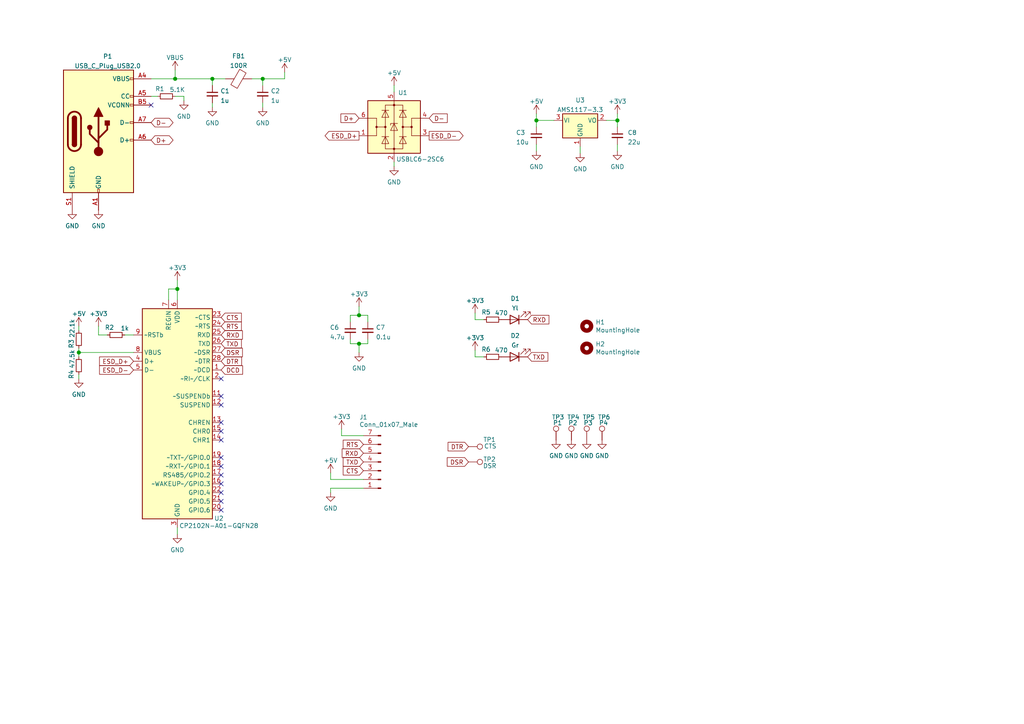
<source format=kicad_sch>
(kicad_sch (version 20210621) (generator eeschema)

  (uuid 4141c3a3-8d0c-445b-ba88-57a35ca7ad48)

  (paper "A4")

  (lib_symbols
    (symbol "Connector:Conn_01x07_Male" (pin_names (offset 1.016) hide) (in_bom yes) (on_board yes)
      (property "Reference" "J" (id 0) (at 0 10.16 0)
        (effects (font (size 1.27 1.27)))
      )
      (property "Value" "Conn_01x07_Male" (id 1) (at 0 -10.16 0)
        (effects (font (size 1.27 1.27)))
      )
      (property "Footprint" "" (id 2) (at 0 0 0)
        (effects (font (size 1.27 1.27)) hide)
      )
      (property "Datasheet" "~" (id 3) (at 0 0 0)
        (effects (font (size 1.27 1.27)) hide)
      )
      (property "ki_keywords" "connector" (id 4) (at 0 0 0)
        (effects (font (size 1.27 1.27)) hide)
      )
      (property "ki_description" "Generic connector, single row, 01x07, script generated (kicad-library-utils/schlib/autogen/connector/)" (id 5) (at 0 0 0)
        (effects (font (size 1.27 1.27)) hide)
      )
      (property "ki_fp_filters" "Connector*:*_1x??_*" (id 6) (at 0 0 0)
        (effects (font (size 1.27 1.27)) hide)
      )
      (symbol "Conn_01x07_Male_1_1"
        (rectangle (start 0.8636 -7.493) (end 0 -7.747)
          (stroke (width 0.1524)) (fill (type outline))
        )
        (rectangle (start 0.8636 -4.953) (end 0 -5.207)
          (stroke (width 0.1524)) (fill (type outline))
        )
        (rectangle (start 0.8636 -2.413) (end 0 -2.667)
          (stroke (width 0.1524)) (fill (type outline))
        )
        (rectangle (start 0.8636 0.127) (end 0 -0.127)
          (stroke (width 0.1524)) (fill (type outline))
        )
        (rectangle (start 0.8636 2.667) (end 0 2.413)
          (stroke (width 0.1524)) (fill (type outline))
        )
        (rectangle (start 0.8636 5.207) (end 0 4.953)
          (stroke (width 0.1524)) (fill (type outline))
        )
        (rectangle (start 0.8636 7.747) (end 0 7.493)
          (stroke (width 0.1524)) (fill (type outline))
        )
        (polyline
          (pts
            (xy 1.27 -7.62)
            (xy 0.8636 -7.62)
          )
          (stroke (width 0.1524)) (fill (type none))
        )
        (polyline
          (pts
            (xy 1.27 -5.08)
            (xy 0.8636 -5.08)
          )
          (stroke (width 0.1524)) (fill (type none))
        )
        (polyline
          (pts
            (xy 1.27 -2.54)
            (xy 0.8636 -2.54)
          )
          (stroke (width 0.1524)) (fill (type none))
        )
        (polyline
          (pts
            (xy 1.27 0)
            (xy 0.8636 0)
          )
          (stroke (width 0.1524)) (fill (type none))
        )
        (polyline
          (pts
            (xy 1.27 2.54)
            (xy 0.8636 2.54)
          )
          (stroke (width 0.1524)) (fill (type none))
        )
        (polyline
          (pts
            (xy 1.27 5.08)
            (xy 0.8636 5.08)
          )
          (stroke (width 0.1524)) (fill (type none))
        )
        (polyline
          (pts
            (xy 1.27 7.62)
            (xy 0.8636 7.62)
          )
          (stroke (width 0.1524)) (fill (type none))
        )
        (pin passive line (at 5.08 7.62 180) (length 3.81)
          (name "Pin_1" (effects (font (size 1.27 1.27))))
          (number "1" (effects (font (size 1.27 1.27))))
        )
        (pin passive line (at 5.08 5.08 180) (length 3.81)
          (name "Pin_2" (effects (font (size 1.27 1.27))))
          (number "2" (effects (font (size 1.27 1.27))))
        )
        (pin passive line (at 5.08 2.54 180) (length 3.81)
          (name "Pin_3" (effects (font (size 1.27 1.27))))
          (number "3" (effects (font (size 1.27 1.27))))
        )
        (pin passive line (at 5.08 0 180) (length 3.81)
          (name "Pin_4" (effects (font (size 1.27 1.27))))
          (number "4" (effects (font (size 1.27 1.27))))
        )
        (pin passive line (at 5.08 -2.54 180) (length 3.81)
          (name "Pin_5" (effects (font (size 1.27 1.27))))
          (number "5" (effects (font (size 1.27 1.27))))
        )
        (pin passive line (at 5.08 -5.08 180) (length 3.81)
          (name "Pin_6" (effects (font (size 1.27 1.27))))
          (number "6" (effects (font (size 1.27 1.27))))
        )
        (pin passive line (at 5.08 -7.62 180) (length 3.81)
          (name "Pin_7" (effects (font (size 1.27 1.27))))
          (number "7" (effects (font (size 1.27 1.27))))
        )
      )
    )
    (symbol "Connector:TestPoint" (pin_numbers hide) (pin_names (offset 0.762) hide) (in_bom yes) (on_board yes)
      (property "Reference" "TP" (id 0) (at 0 6.858 0)
        (effects (font (size 1.27 1.27)))
      )
      (property "Value" "TestPoint" (id 1) (at 0 5.08 0)
        (effects (font (size 1.27 1.27)))
      )
      (property "Footprint" "" (id 2) (at 5.08 0 0)
        (effects (font (size 1.27 1.27)) hide)
      )
      (property "Datasheet" "~" (id 3) (at 5.08 0 0)
        (effects (font (size 1.27 1.27)) hide)
      )
      (property "ki_keywords" "test point tp" (id 4) (at 0 0 0)
        (effects (font (size 1.27 1.27)) hide)
      )
      (property "ki_description" "test point" (id 5) (at 0 0 0)
        (effects (font (size 1.27 1.27)) hide)
      )
      (property "ki_fp_filters" "Pin* Test*" (id 6) (at 0 0 0)
        (effects (font (size 1.27 1.27)) hide)
      )
      (symbol "TestPoint_0_1"
        (circle (center 0 3.302) (radius 0.762) (stroke (width 0)) (fill (type none)))
      )
      (symbol "TestPoint_1_1"
        (pin passive line (at 0 0 90) (length 2.54)
          (name "1" (effects (font (size 1.27 1.27))))
          (number "1" (effects (font (size 1.27 1.27))))
        )
      )
    )
    (symbol "Connector:USB_C_Plug_USB2.0" (pin_names (offset 1.016)) (in_bom yes) (on_board yes)
      (property "Reference" "P" (id 0) (at -10.16 19.05 0)
        (effects (font (size 1.27 1.27)) (justify left))
      )
      (property "Value" "USB_C_Plug_USB2.0" (id 1) (at 12.7 19.05 0)
        (effects (font (size 1.27 1.27)) (justify right))
      )
      (property "Footprint" "" (id 2) (at 3.81 0 0)
        (effects (font (size 1.27 1.27)) hide)
      )
      (property "Datasheet" "https://www.usb.org/sites/default/files/documents/usb_type-c.zip" (id 3) (at 3.81 0 0)
        (effects (font (size 1.27 1.27)) hide)
      )
      (property "ki_keywords" "usb universal serial bus type-C USB2.0" (id 4) (at 0 0 0)
        (effects (font (size 1.27 1.27)) hide)
      )
      (property "ki_description" "USB 2.0-only Type-C Plug connector" (id 5) (at 0 0 0)
        (effects (font (size 1.27 1.27)) hide)
      )
      (property "ki_fp_filters" "USB*C*Plug*" (id 6) (at 0 0 0)
        (effects (font (size 1.27 1.27)) hide)
      )
      (symbol "USB_C_Plug_USB2.0_0_0"
        (rectangle (start -0.254 -17.78) (end 0.254 -16.764)
          (stroke (width 0)) (fill (type none))
        )
        (rectangle (start 10.16 -2.286) (end 9.144 -2.794)
          (stroke (width 0)) (fill (type none))
        )
        (rectangle (start 10.16 2.794) (end 9.144 2.286)
          (stroke (width 0)) (fill (type none))
        )
        (rectangle (start 10.16 7.874) (end 9.144 7.366)
          (stroke (width 0)) (fill (type none))
        )
        (rectangle (start 10.16 10.414) (end 9.144 9.906)
          (stroke (width 0)) (fill (type none))
        )
        (rectangle (start 10.16 15.494) (end 9.144 14.986)
          (stroke (width 0)) (fill (type none))
        )
      )
      (symbol "USB_C_Plug_USB2.0_0_1"
        (arc (start -8.89 -3.81) (end -5.08 -3.81) (radius (at -6.985 -3.81) (length 1.905) (angles -179.9 -0.1))
          (stroke (width 0.508)) (fill (type none))
        )
        (arc (start -7.62 -3.81) (end -6.35 -3.81) (radius (at -6.985 -3.81) (length 0.635) (angles -179.9 -0.1))
          (stroke (width 0.254)) (fill (type none))
        )
        (arc (start -6.35 3.81) (end -7.62 3.81) (radius (at -6.985 3.81) (length 0.635) (angles 0.1 179.9))
          (stroke (width 0.254)) (fill (type none))
        )
        (arc (start -5.08 3.81) (end -8.89 3.81) (radius (at -6.985 3.81) (length 1.905) (angles 0.1 179.9))
          (stroke (width 0.508)) (fill (type none))
        )
        (arc (start -7.62 -3.81) (end -6.35 -3.81) (radius (at -6.985 -3.81) (length 0.635) (angles -179.9 -0.1))
          (stroke (width 0.254)) (fill (type outline))
        )
        (arc (start -6.35 3.81) (end -7.62 3.81) (radius (at -6.985 3.81) (length 0.635) (angles 0.1 179.9))
          (stroke (width 0.254)) (fill (type outline))
        )
        (circle (center -2.54 1.143) (radius 0.635) (stroke (width 0.254)) (fill (type outline)))
        (circle (center 0 -5.842) (radius 1.27) (stroke (width 0)) (fill (type outline)))
        (rectangle (start -7.62 -3.81) (end -6.35 3.81)
          (stroke (width 0.254)) (fill (type outline))
        )
        (rectangle (start 1.905 1.778) (end 3.175 3.048)
          (stroke (width 0.254)) (fill (type outline))
        )
        (rectangle (start -10.16 17.78) (end 10.16 -17.78)
          (stroke (width 0.254)) (fill (type background))
        )
        (polyline
          (pts
            (xy -8.89 -3.81)
            (xy -8.89 3.81)
          )
          (stroke (width 0.508)) (fill (type none))
        )
        (polyline
          (pts
            (xy -5.08 3.81)
            (xy -5.08 -3.81)
          )
          (stroke (width 0.508)) (fill (type none))
        )
        (polyline
          (pts
            (xy 0 -5.842)
            (xy 0 4.318)
          )
          (stroke (width 0.508)) (fill (type none))
        )
        (polyline
          (pts
            (xy 0 -3.302)
            (xy -2.54 -0.762)
            (xy -2.54 0.508)
          )
          (stroke (width 0.508)) (fill (type none))
        )
        (polyline
          (pts
            (xy 0 -2.032)
            (xy 2.54 0.508)
            (xy 2.54 1.778)
          )
          (stroke (width 0.508)) (fill (type none))
        )
        (polyline
          (pts
            (xy -1.27 4.318)
            (xy 0 6.858)
            (xy 1.27 4.318)
            (xy -1.27 4.318)
          )
          (stroke (width 0.254)) (fill (type outline))
        )
      )
      (symbol "USB_C_Plug_USB2.0_1_1"
        (pin power_in line (at 0 -22.86 90) (length 5.08)
          (name "GND" (effects (font (size 1.27 1.27))))
          (number "A1" (effects (font (size 1.27 1.27))))
        )
        (pin passive line (at 0 -22.86 90) (length 5.08) hide
          (name "GND" (effects (font (size 1.27 1.27))))
          (number "A12" (effects (font (size 1.27 1.27))))
        )
        (pin power_in line (at 15.24 15.24 180) (length 5.08)
          (name "VBUS" (effects (font (size 1.27 1.27))))
          (number "A4" (effects (font (size 1.27 1.27))))
        )
        (pin bidirectional line (at 15.24 10.16 180) (length 5.08)
          (name "CC" (effects (font (size 1.27 1.27))))
          (number "A5" (effects (font (size 1.27 1.27))))
        )
        (pin bidirectional line (at 15.24 -2.54 180) (length 5.08)
          (name "D+" (effects (font (size 1.27 1.27))))
          (number "A6" (effects (font (size 1.27 1.27))))
        )
        (pin bidirectional line (at 15.24 2.54 180) (length 5.08)
          (name "D-" (effects (font (size 1.27 1.27))))
          (number "A7" (effects (font (size 1.27 1.27))))
        )
        (pin passive line (at 15.24 15.24 180) (length 5.08) hide
          (name "VBUS" (effects (font (size 1.27 1.27))))
          (number "A9" (effects (font (size 1.27 1.27))))
        )
        (pin passive line (at 0 -22.86 90) (length 5.08) hide
          (name "GND" (effects (font (size 1.27 1.27))))
          (number "B1" (effects (font (size 1.27 1.27))))
        )
        (pin passive line (at 0 -22.86 90) (length 5.08) hide
          (name "GND" (effects (font (size 1.27 1.27))))
          (number "B12" (effects (font (size 1.27 1.27))))
        )
        (pin passive line (at 15.24 15.24 180) (length 5.08) hide
          (name "VBUS" (effects (font (size 1.27 1.27))))
          (number "B4" (effects (font (size 1.27 1.27))))
        )
        (pin bidirectional line (at 15.24 7.62 180) (length 5.08)
          (name "VCONN" (effects (font (size 1.27 1.27))))
          (number "B5" (effects (font (size 1.27 1.27))))
        )
        (pin passive line (at 15.24 15.24 180) (length 5.08) hide
          (name "VBUS" (effects (font (size 1.27 1.27))))
          (number "B9" (effects (font (size 1.27 1.27))))
        )
        (pin passive line (at -7.62 -22.86 90) (length 5.08)
          (name "SHIELD" (effects (font (size 1.27 1.27))))
          (number "S1" (effects (font (size 1.27 1.27))))
        )
      )
    )
    (symbol "Device:C_Small" (pin_numbers hide) (pin_names (offset 0.254) hide) (in_bom yes) (on_board yes)
      (property "Reference" "C" (id 0) (at 0.254 1.778 0)
        (effects (font (size 1.27 1.27)) (justify left))
      )
      (property "Value" "C_Small" (id 1) (at 0.254 -2.032 0)
        (effects (font (size 1.27 1.27)) (justify left))
      )
      (property "Footprint" "" (id 2) (at 0 0 0)
        (effects (font (size 1.27 1.27)) hide)
      )
      (property "Datasheet" "~" (id 3) (at 0 0 0)
        (effects (font (size 1.27 1.27)) hide)
      )
      (property "ki_keywords" "capacitor cap" (id 4) (at 0 0 0)
        (effects (font (size 1.27 1.27)) hide)
      )
      (property "ki_description" "Unpolarized capacitor, small symbol" (id 5) (at 0 0 0)
        (effects (font (size 1.27 1.27)) hide)
      )
      (property "ki_fp_filters" "C_*" (id 6) (at 0 0 0)
        (effects (font (size 1.27 1.27)) hide)
      )
      (symbol "C_Small_0_1"
        (polyline
          (pts
            (xy -1.524 -0.508)
            (xy 1.524 -0.508)
          )
          (stroke (width 0.3302)) (fill (type none))
        )
        (polyline
          (pts
            (xy -1.524 0.508)
            (xy 1.524 0.508)
          )
          (stroke (width 0.3048)) (fill (type none))
        )
      )
      (symbol "C_Small_1_1"
        (pin passive line (at 0 2.54 270) (length 2.032)
          (name "~" (effects (font (size 1.27 1.27))))
          (number "1" (effects (font (size 1.27 1.27))))
        )
        (pin passive line (at 0 -2.54 90) (length 2.032)
          (name "~" (effects (font (size 1.27 1.27))))
          (number "2" (effects (font (size 1.27 1.27))))
        )
      )
    )
    (symbol "Device:Ferrite_Bead" (pin_numbers hide) (pin_names (offset 0)) (in_bom yes) (on_board yes)
      (property "Reference" "FB" (id 0) (at -3.81 0.635 90)
        (effects (font (size 1.27 1.27)))
      )
      (property "Value" "Ferrite_Bead" (id 1) (at 3.81 0 90)
        (effects (font (size 1.27 1.27)))
      )
      (property "Footprint" "" (id 2) (at -1.778 0 90)
        (effects (font (size 1.27 1.27)) hide)
      )
      (property "Datasheet" "~" (id 3) (at 0 0 0)
        (effects (font (size 1.27 1.27)) hide)
      )
      (property "ki_keywords" "L ferrite bead inductor filter" (id 4) (at 0 0 0)
        (effects (font (size 1.27 1.27)) hide)
      )
      (property "ki_description" "Ferrite bead" (id 5) (at 0 0 0)
        (effects (font (size 1.27 1.27)) hide)
      )
      (property "ki_fp_filters" "Inductor_* L_* *Ferrite*" (id 6) (at 0 0 0)
        (effects (font (size 1.27 1.27)) hide)
      )
      (symbol "Ferrite_Bead_0_1"
        (polyline
          (pts
            (xy 0 -1.27)
            (xy 0 -1.2192)
          )
          (stroke (width 0)) (fill (type none))
        )
        (polyline
          (pts
            (xy 0 1.27)
            (xy 0 1.2954)
          )
          (stroke (width 0)) (fill (type none))
        )
        (polyline
          (pts
            (xy -2.7686 0.4064)
            (xy -1.7018 2.2606)
            (xy 2.7686 -0.3048)
            (xy 1.6764 -2.159)
            (xy -2.7686 0.4064)
          )
          (stroke (width 0)) (fill (type none))
        )
      )
      (symbol "Ferrite_Bead_1_1"
        (pin passive line (at 0 3.81 270) (length 2.54)
          (name "~" (effects (font (size 1.27 1.27))))
          (number "1" (effects (font (size 1.27 1.27))))
        )
        (pin passive line (at 0 -3.81 90) (length 2.54)
          (name "~" (effects (font (size 1.27 1.27))))
          (number "2" (effects (font (size 1.27 1.27))))
        )
      )
    )
    (symbol "Device:LED" (pin_numbers hide) (pin_names (offset 1.016) hide) (in_bom yes) (on_board yes)
      (property "Reference" "D" (id 0) (at 0 2.54 0)
        (effects (font (size 1.27 1.27)))
      )
      (property "Value" "LED" (id 1) (at 0 -2.54 0)
        (effects (font (size 1.27 1.27)))
      )
      (property "Footprint" "" (id 2) (at 0 0 0)
        (effects (font (size 1.27 1.27)) hide)
      )
      (property "Datasheet" "~" (id 3) (at 0 0 0)
        (effects (font (size 1.27 1.27)) hide)
      )
      (property "ki_keywords" "LED diode" (id 4) (at 0 0 0)
        (effects (font (size 1.27 1.27)) hide)
      )
      (property "ki_description" "Light emitting diode" (id 5) (at 0 0 0)
        (effects (font (size 1.27 1.27)) hide)
      )
      (property "ki_fp_filters" "LED* LED_SMD:* LED_THT:*" (id 6) (at 0 0 0)
        (effects (font (size 1.27 1.27)) hide)
      )
      (symbol "LED_0_1"
        (polyline
          (pts
            (xy -1.27 -1.27)
            (xy -1.27 1.27)
          )
          (stroke (width 0.254)) (fill (type none))
        )
        (polyline
          (pts
            (xy -1.27 0)
            (xy 1.27 0)
          )
          (stroke (width 0)) (fill (type none))
        )
        (polyline
          (pts
            (xy 1.27 -1.27)
            (xy 1.27 1.27)
            (xy -1.27 0)
            (xy 1.27 -1.27)
          )
          (stroke (width 0.254)) (fill (type none))
        )
        (polyline
          (pts
            (xy -3.048 -0.762)
            (xy -4.572 -2.286)
            (xy -3.81 -2.286)
            (xy -4.572 -2.286)
            (xy -4.572 -1.524)
          )
          (stroke (width 0)) (fill (type none))
        )
        (polyline
          (pts
            (xy -1.778 -0.762)
            (xy -3.302 -2.286)
            (xy -2.54 -2.286)
            (xy -3.302 -2.286)
            (xy -3.302 -1.524)
          )
          (stroke (width 0)) (fill (type none))
        )
      )
      (symbol "LED_1_1"
        (pin passive line (at -3.81 0 0) (length 2.54)
          (name "K" (effects (font (size 1.27 1.27))))
          (number "1" (effects (font (size 1.27 1.27))))
        )
        (pin passive line (at 3.81 0 180) (length 2.54)
          (name "A" (effects (font (size 1.27 1.27))))
          (number "2" (effects (font (size 1.27 1.27))))
        )
      )
    )
    (symbol "Device:R_Small" (pin_numbers hide) (pin_names (offset 0.254) hide) (in_bom yes) (on_board yes)
      (property "Reference" "R" (id 0) (at 0.762 0.508 0)
        (effects (font (size 1.27 1.27)) (justify left))
      )
      (property "Value" "R_Small" (id 1) (at 0.762 -1.016 0)
        (effects (font (size 1.27 1.27)) (justify left))
      )
      (property "Footprint" "" (id 2) (at 0 0 0)
        (effects (font (size 1.27 1.27)) hide)
      )
      (property "Datasheet" "~" (id 3) (at 0 0 0)
        (effects (font (size 1.27 1.27)) hide)
      )
      (property "ki_keywords" "R resistor" (id 4) (at 0 0 0)
        (effects (font (size 1.27 1.27)) hide)
      )
      (property "ki_description" "Resistor, small symbol" (id 5) (at 0 0 0)
        (effects (font (size 1.27 1.27)) hide)
      )
      (property "ki_fp_filters" "R_*" (id 6) (at 0 0 0)
        (effects (font (size 1.27 1.27)) hide)
      )
      (symbol "R_Small_0_1"
        (rectangle (start -0.762 1.778) (end 0.762 -1.778)
          (stroke (width 0.2032)) (fill (type none))
        )
      )
      (symbol "R_Small_1_1"
        (pin passive line (at 0 2.54 270) (length 0.762)
          (name "~" (effects (font (size 1.27 1.27))))
          (number "1" (effects (font (size 1.27 1.27))))
        )
        (pin passive line (at 0 -2.54 90) (length 0.762)
          (name "~" (effects (font (size 1.27 1.27))))
          (number "2" (effects (font (size 1.27 1.27))))
        )
      )
    )
    (symbol "Interface_USB:CP2102N-A01-GQFN28" (in_bom yes) (on_board yes)
      (property "Reference" "U" (id 0) (at -7.62 31.75 0)
        (effects (font (size 1.27 1.27)) (justify right))
      )
      (property "Value" "CP2102N-A01-GQFN28" (id 1) (at 26.67 31.75 0)
        (effects (font (size 1.27 1.27)) (justify right))
      )
      (property "Footprint" "Package_DFN_QFN:QFN-28-1EP_5x5mm_P0.5mm_EP3.35x3.35mm" (id 2) (at 11.43 -30.48 0)
        (effects (font (size 1.27 1.27)) (justify left) hide)
      )
      (property "Datasheet" "https://www.silabs.com/documents/public/data-sheets/cp2102n-datasheet.pdf" (id 3) (at 1.27 -19.05 0)
        (effects (font (size 1.27 1.27)) hide)
      )
      (property "ki_keywords" "USB UART bridge" (id 4) (at 0 0 0)
        (effects (font (size 1.27 1.27)) hide)
      )
      (property "ki_description" "USB to UART master bridge, QFN-28" (id 5) (at 0 0 0)
        (effects (font (size 1.27 1.27)) hide)
      )
      (property "ki_fp_filters" "QFN*1EP*5x5mm*P0.5mm*" (id 6) (at 0 0 0)
        (effects (font (size 1.27 1.27)) hide)
      )
      (symbol "CP2102N-A01-GQFN28_0_1"
        (rectangle (start -10.16 30.48) (end 10.16 -30.48)
          (stroke (width 0.254)) (fill (type background))
        )
      )
      (symbol "CP2102N-A01-GQFN28_1_1"
        (pin input line (at 12.7 12.7 180) (length 2.54)
          (name "~DCD" (effects (font (size 1.27 1.27))))
          (number "1" (effects (font (size 1.27 1.27))))
        )
        (pin no_connect line (at -10.16 -10.16 0) (length 2.54) hide
          (name "NC" (effects (font (size 1.27 1.27))))
          (number "10" (effects (font (size 1.27 1.27))))
        )
        (pin output line (at 12.7 5.08 180) (length 2.54)
          (name "~SUSPENDb" (effects (font (size 1.27 1.27))))
          (number "11" (effects (font (size 1.27 1.27))))
        )
        (pin output line (at 12.7 2.54 180) (length 2.54)
          (name "SUSPEND" (effects (font (size 1.27 1.27))))
          (number "12" (effects (font (size 1.27 1.27))))
        )
        (pin output line (at 12.7 -2.54 180) (length 2.54)
          (name "CHREN" (effects (font (size 1.27 1.27))))
          (number "13" (effects (font (size 1.27 1.27))))
        )
        (pin output line (at 12.7 -7.62 180) (length 2.54)
          (name "CHR1" (effects (font (size 1.27 1.27))))
          (number "14" (effects (font (size 1.27 1.27))))
        )
        (pin output line (at 12.7 -5.08 180) (length 2.54)
          (name "CHR0" (effects (font (size 1.27 1.27))))
          (number "15" (effects (font (size 1.27 1.27))))
        )
        (pin bidirectional line (at 12.7 -20.32 180) (length 2.54)
          (name "~WAKEUP~/GPIO.3" (effects (font (size 1.27 1.27))))
          (number "16" (effects (font (size 1.27 1.27))))
        )
        (pin bidirectional line (at 12.7 -17.78 180) (length 2.54)
          (name "RS485/GPIO.2" (effects (font (size 1.27 1.27))))
          (number "17" (effects (font (size 1.27 1.27))))
        )
        (pin bidirectional line (at 12.7 -15.24 180) (length 2.54)
          (name "~RXT~/GPIO.1" (effects (font (size 1.27 1.27))))
          (number "18" (effects (font (size 1.27 1.27))))
        )
        (pin bidirectional line (at 12.7 -12.7 180) (length 2.54)
          (name "~TXT~/GPIO.0" (effects (font (size 1.27 1.27))))
          (number "19" (effects (font (size 1.27 1.27))))
        )
        (pin bidirectional line (at 12.7 10.16 180) (length 2.54)
          (name "~RI~/CLK" (effects (font (size 1.27 1.27))))
          (number "2" (effects (font (size 1.27 1.27))))
        )
        (pin bidirectional line (at 12.7 -27.94 180) (length 2.54)
          (name "GPIO.6" (effects (font (size 1.27 1.27))))
          (number "20" (effects (font (size 1.27 1.27))))
        )
        (pin bidirectional line (at 12.7 -25.4 180) (length 2.54)
          (name "GPIO.5" (effects (font (size 1.27 1.27))))
          (number "21" (effects (font (size 1.27 1.27))))
        )
        (pin bidirectional line (at 12.7 -22.86 180) (length 2.54)
          (name "GPIO.4" (effects (font (size 1.27 1.27))))
          (number "22" (effects (font (size 1.27 1.27))))
        )
        (pin input line (at 12.7 27.94 180) (length 2.54)
          (name "~CTS" (effects (font (size 1.27 1.27))))
          (number "23" (effects (font (size 1.27 1.27))))
        )
        (pin output line (at 12.7 25.4 180) (length 2.54)
          (name "~RTS" (effects (font (size 1.27 1.27))))
          (number "24" (effects (font (size 1.27 1.27))))
        )
        (pin input line (at 12.7 22.86 180) (length 2.54)
          (name "RXD" (effects (font (size 1.27 1.27))))
          (number "25" (effects (font (size 1.27 1.27))))
        )
        (pin output line (at 12.7 20.32 180) (length 2.54)
          (name "TXD" (effects (font (size 1.27 1.27))))
          (number "26" (effects (font (size 1.27 1.27))))
        )
        (pin input line (at 12.7 17.78 180) (length 2.54)
          (name "~DSR" (effects (font (size 1.27 1.27))))
          (number "27" (effects (font (size 1.27 1.27))))
        )
        (pin output line (at 12.7 15.24 180) (length 2.54)
          (name "~DTR" (effects (font (size 1.27 1.27))))
          (number "28" (effects (font (size 1.27 1.27))))
        )
        (pin passive line (at 0 -33.02 90) (length 2.54) hide
          (name "GND" (effects (font (size 1.27 1.27))))
          (number "29" (effects (font (size 1.27 1.27))))
        )
        (pin power_in line (at 0 -33.02 90) (length 2.54)
          (name "GND" (effects (font (size 1.27 1.27))))
          (number "3" (effects (font (size 1.27 1.27))))
        )
        (pin bidirectional line (at -12.7 15.24 0) (length 2.54)
          (name "D+" (effects (font (size 1.27 1.27))))
          (number "4" (effects (font (size 1.27 1.27))))
        )
        (pin bidirectional line (at -12.7 12.7 0) (length 2.54)
          (name "D-" (effects (font (size 1.27 1.27))))
          (number "5" (effects (font (size 1.27 1.27))))
        )
        (pin passive line (at 0 33.02 270) (length 2.54)
          (name "VDD" (effects (font (size 1.27 1.27))))
          (number "6" (effects (font (size 1.27 1.27))))
        )
        (pin power_in line (at -2.54 33.02 270) (length 2.54)
          (name "REGIN" (effects (font (size 1.27 1.27))))
          (number "7" (effects (font (size 1.27 1.27))))
        )
        (pin input line (at -12.7 17.78 0) (length 2.54)
          (name "VBUS" (effects (font (size 1.27 1.27))))
          (number "8" (effects (font (size 1.27 1.27))))
        )
        (pin input line (at -12.7 22.86 0) (length 2.54)
          (name "~RSTb" (effects (font (size 1.27 1.27))))
          (number "9" (effects (font (size 1.27 1.27))))
        )
      )
    )
    (symbol "Mechanical:MountingHole" (pin_names (offset 1.016)) (in_bom yes) (on_board yes)
      (property "Reference" "H" (id 0) (at 0 5.08 0)
        (effects (font (size 1.27 1.27)))
      )
      (property "Value" "MountingHole" (id 1) (at 0 3.175 0)
        (effects (font (size 1.27 1.27)))
      )
      (property "Footprint" "" (id 2) (at 0 0 0)
        (effects (font (size 1.27 1.27)) hide)
      )
      (property "Datasheet" "~" (id 3) (at 0 0 0)
        (effects (font (size 1.27 1.27)) hide)
      )
      (property "ki_keywords" "mounting hole" (id 4) (at 0 0 0)
        (effects (font (size 1.27 1.27)) hide)
      )
      (property "ki_description" "Mounting Hole without connection" (id 5) (at 0 0 0)
        (effects (font (size 1.27 1.27)) hide)
      )
      (property "ki_fp_filters" "MountingHole*" (id 6) (at 0 0 0)
        (effects (font (size 1.27 1.27)) hide)
      )
      (symbol "MountingHole_0_1"
        (circle (center 0 0) (radius 1.27) (stroke (width 1.27)) (fill (type none)))
      )
    )
    (symbol "Power_Protection:USBLC6-2SC6" (pin_names hide) (in_bom yes) (on_board yes)
      (property "Reference" "U" (id 0) (at 2.54 8.89 0)
        (effects (font (size 1.27 1.27)) (justify left))
      )
      (property "Value" "USBLC6-2SC6" (id 1) (at 2.54 -8.89 0)
        (effects (font (size 1.27 1.27)) (justify left))
      )
      (property "Footprint" "Package_TO_SOT_SMD:SOT-23-6" (id 2) (at 0 -12.7 0)
        (effects (font (size 1.27 1.27)) hide)
      )
      (property "Datasheet" "https://www.st.com/resource/en/datasheet/usblc6-2.pdf" (id 3) (at 5.08 8.89 0)
        (effects (font (size 1.27 1.27)) hide)
      )
      (property "ki_keywords" "usb ethernet video" (id 4) (at 0 0 0)
        (effects (font (size 1.27 1.27)) hide)
      )
      (property "ki_description" "Very low capacitance ESD protection diode, 2 data-line, SOT-23-6" (id 5) (at 0 0 0)
        (effects (font (size 1.27 1.27)) hide)
      )
      (property "ki_fp_filters" "SOT?23*" (id 6) (at 0 0 0)
        (effects (font (size 1.27 1.27)) hide)
      )
      (symbol "USBLC6-2SC6_0_1"
        (circle (center -5.08 0) (radius 0.254) (stroke (width 0)) (fill (type outline)))
        (circle (center -2.54 0) (radius 0.254) (stroke (width 0)) (fill (type outline)))
        (circle (center 0 -6.35) (radius 0.254) (stroke (width 0)) (fill (type outline)))
        (circle (center 0 6.35) (radius 0.254) (stroke (width 0)) (fill (type outline)))
        (circle (center 2.54 0) (radius 0.254) (stroke (width 0)) (fill (type outline)))
        (circle (center 5.08 0) (radius 0.254) (stroke (width 0)) (fill (type outline)))
        (rectangle (start -2.54 6.35) (end 2.54 -6.35)
          (stroke (width 0)) (fill (type none))
        )
        (rectangle (start -7.62 -7.62) (end 7.62 7.62)
          (stroke (width 0.254)) (fill (type background))
        )
        (polyline
          (pts
            (xy -5.08 -2.54)
            (xy -7.62 -2.54)
          )
          (stroke (width 0)) (fill (type none))
        )
        (polyline
          (pts
            (xy -5.08 0)
            (xy -5.08 -2.54)
          )
          (stroke (width 0)) (fill (type none))
        )
        (polyline
          (pts
            (xy -5.08 2.54)
            (xy -7.62 2.54)
          )
          (stroke (width 0)) (fill (type none))
        )
        (polyline
          (pts
            (xy -1.524 -2.794)
            (xy -3.556 -2.794)
          )
          (stroke (width 0)) (fill (type none))
        )
        (polyline
          (pts
            (xy -1.524 4.826)
            (xy -3.556 4.826)
          )
          (stroke (width 0)) (fill (type none))
        )
        (polyline
          (pts
            (xy 0 -7.62)
            (xy 0 -6.35)
          )
          (stroke (width 0)) (fill (type none))
        )
        (polyline
          (pts
            (xy 0 -6.35)
            (xy 0 1.27)
          )
          (stroke (width 0)) (fill (type none))
        )
        (polyline
          (pts
            (xy 0 1.27)
            (xy 0 6.35)
          )
          (stroke (width 0)) (fill (type none))
        )
        (polyline
          (pts
            (xy 0 6.35)
            (xy 0 7.62)
          )
          (stroke (width 0)) (fill (type none))
        )
        (polyline
          (pts
            (xy 1.524 -2.794)
            (xy 3.556 -2.794)
          )
          (stroke (width 0)) (fill (type none))
        )
        (polyline
          (pts
            (xy 1.524 4.826)
            (xy 3.556 4.826)
          )
          (stroke (width 0)) (fill (type none))
        )
        (polyline
          (pts
            (xy 5.08 -2.54)
            (xy 7.62 -2.54)
          )
          (stroke (width 0)) (fill (type none))
        )
        (polyline
          (pts
            (xy 5.08 0)
            (xy 5.08 -2.54)
          )
          (stroke (width 0)) (fill (type none))
        )
        (polyline
          (pts
            (xy 5.08 2.54)
            (xy 7.62 2.54)
          )
          (stroke (width 0)) (fill (type none))
        )
        (polyline
          (pts
            (xy -2.54 0)
            (xy -5.08 0)
            (xy -5.08 2.54)
          )
          (stroke (width 0)) (fill (type none))
        )
        (polyline
          (pts
            (xy 2.54 0)
            (xy 5.08 0)
            (xy 5.08 2.54)
          )
          (stroke (width 0)) (fill (type none))
        )
        (polyline
          (pts
            (xy -3.556 -4.826)
            (xy -1.524 -4.826)
            (xy -2.54 -2.794)
            (xy -3.556 -4.826)
          )
          (stroke (width 0)) (fill (type none))
        )
        (polyline
          (pts
            (xy -3.556 2.794)
            (xy -1.524 2.794)
            (xy -2.54 4.826)
            (xy -3.556 2.794)
          )
          (stroke (width 0)) (fill (type none))
        )
        (polyline
          (pts
            (xy -1.016 -1.016)
            (xy 1.016 -1.016)
            (xy 0 1.016)
            (xy -1.016 -1.016)
          )
          (stroke (width 0)) (fill (type none))
        )
        (polyline
          (pts
            (xy 1.016 1.016)
            (xy 0.762 1.016)
            (xy -1.016 1.016)
            (xy -1.016 0.508)
          )
          (stroke (width 0)) (fill (type none))
        )
        (polyline
          (pts
            (xy 3.556 -4.826)
            (xy 1.524 -4.826)
            (xy 2.54 -2.794)
            (xy 3.556 -4.826)
          )
          (stroke (width 0)) (fill (type none))
        )
        (polyline
          (pts
            (xy 3.556 2.794)
            (xy 1.524 2.794)
            (xy 2.54 4.826)
            (xy 3.556 2.794)
          )
          (stroke (width 0)) (fill (type none))
        )
      )
      (symbol "USBLC6-2SC6_1_1"
        (pin passive line (at -10.16 -2.54 0) (length 2.54)
          (name "I/O1" (effects (font (size 1.27 1.27))))
          (number "1" (effects (font (size 1.27 1.27))))
        )
        (pin passive line (at 0 -10.16 90) (length 2.54)
          (name "GND" (effects (font (size 1.27 1.27))))
          (number "2" (effects (font (size 1.27 1.27))))
        )
        (pin passive line (at 10.16 -2.54 180) (length 2.54)
          (name "I/O2" (effects (font (size 1.27 1.27))))
          (number "3" (effects (font (size 1.27 1.27))))
        )
        (pin passive line (at 10.16 2.54 180) (length 2.54)
          (name "I/O2" (effects (font (size 1.27 1.27))))
          (number "4" (effects (font (size 1.27 1.27))))
        )
        (pin passive line (at 0 10.16 270) (length 2.54)
          (name "VBUS" (effects (font (size 1.27 1.27))))
          (number "5" (effects (font (size 1.27 1.27))))
        )
        (pin passive line (at -10.16 2.54 0) (length 2.54)
          (name "I/O1" (effects (font (size 1.27 1.27))))
          (number "6" (effects (font (size 1.27 1.27))))
        )
      )
    )
    (symbol "Regulator_Linear:AMS1117-3.3" (pin_names (offset 0.254)) (in_bom yes) (on_board yes)
      (property "Reference" "U" (id 0) (at -3.81 3.175 0)
        (effects (font (size 1.27 1.27)))
      )
      (property "Value" "AMS1117-3.3" (id 1) (at 0 3.175 0)
        (effects (font (size 1.27 1.27)) (justify left))
      )
      (property "Footprint" "Package_TO_SOT_SMD:SOT-223-3_TabPin2" (id 2) (at 0 5.08 0)
        (effects (font (size 1.27 1.27)) hide)
      )
      (property "Datasheet" "http://www.advanced-monolithic.com/pdf/ds1117.pdf" (id 3) (at 2.54 -6.35 0)
        (effects (font (size 1.27 1.27)) hide)
      )
      (property "ki_keywords" "linear regulator ldo fixed positive" (id 4) (at 0 0 0)
        (effects (font (size 1.27 1.27)) hide)
      )
      (property "ki_description" "1A Low Dropout regulator, positive, 3.3V fixed output, SOT-223" (id 5) (at 0 0 0)
        (effects (font (size 1.27 1.27)) hide)
      )
      (property "ki_fp_filters" "SOT?223*TabPin2*" (id 6) (at 0 0 0)
        (effects (font (size 1.27 1.27)) hide)
      )
      (symbol "AMS1117-3.3_0_1"
        (rectangle (start -5.08 -5.08) (end 5.08 1.905)
          (stroke (width 0.254)) (fill (type background))
        )
      )
      (symbol "AMS1117-3.3_1_1"
        (pin power_in line (at 0 -7.62 90) (length 2.54)
          (name "GND" (effects (font (size 1.27 1.27))))
          (number "1" (effects (font (size 1.27 1.27))))
        )
        (pin power_out line (at 7.62 0 180) (length 2.54)
          (name "VO" (effects (font (size 1.27 1.27))))
          (number "2" (effects (font (size 1.27 1.27))))
        )
        (pin power_in line (at -7.62 0 0) (length 2.54)
          (name "VI" (effects (font (size 1.27 1.27))))
          (number "3" (effects (font (size 1.27 1.27))))
        )
      )
    )
    (symbol "power:+3.3V" (power) (pin_names (offset 0)) (in_bom yes) (on_board yes)
      (property "Reference" "#PWR" (id 0) (at 0 -3.81 0)
        (effects (font (size 1.27 1.27)) hide)
      )
      (property "Value" "+3.3V" (id 1) (at 0 3.556 0)
        (effects (font (size 1.27 1.27)))
      )
      (property "Footprint" "" (id 2) (at 0 0 0)
        (effects (font (size 1.27 1.27)) hide)
      )
      (property "Datasheet" "" (id 3) (at 0 0 0)
        (effects (font (size 1.27 1.27)) hide)
      )
      (property "ki_keywords" "power-flag" (id 4) (at 0 0 0)
        (effects (font (size 1.27 1.27)) hide)
      )
      (property "ki_description" "Power symbol creates a global label with name \"+3.3V\"" (id 5) (at 0 0 0)
        (effects (font (size 1.27 1.27)) hide)
      )
      (symbol "+3.3V_0_1"
        (polyline
          (pts
            (xy -0.762 1.27)
            (xy 0 2.54)
          )
          (stroke (width 0)) (fill (type none))
        )
        (polyline
          (pts
            (xy 0 0)
            (xy 0 2.54)
          )
          (stroke (width 0)) (fill (type none))
        )
        (polyline
          (pts
            (xy 0 2.54)
            (xy 0.762 1.27)
          )
          (stroke (width 0)) (fill (type none))
        )
      )
      (symbol "+3.3V_1_1"
        (pin power_in line (at 0 0 90) (length 0) hide
          (name "+3V3" (effects (font (size 1.27 1.27))))
          (number "1" (effects (font (size 1.27 1.27))))
        )
      )
    )
    (symbol "power:+5V" (power) (pin_names (offset 0)) (in_bom yes) (on_board yes)
      (property "Reference" "#PWR" (id 0) (at 0 -3.81 0)
        (effects (font (size 1.27 1.27)) hide)
      )
      (property "Value" "+5V" (id 1) (at 0 3.556 0)
        (effects (font (size 1.27 1.27)))
      )
      (property "Footprint" "" (id 2) (at 0 0 0)
        (effects (font (size 1.27 1.27)) hide)
      )
      (property "Datasheet" "" (id 3) (at 0 0 0)
        (effects (font (size 1.27 1.27)) hide)
      )
      (property "ki_keywords" "power-flag" (id 4) (at 0 0 0)
        (effects (font (size 1.27 1.27)) hide)
      )
      (property "ki_description" "Power symbol creates a global label with name \"+5V\"" (id 5) (at 0 0 0)
        (effects (font (size 1.27 1.27)) hide)
      )
      (symbol "+5V_0_1"
        (polyline
          (pts
            (xy -0.762 1.27)
            (xy 0 2.54)
          )
          (stroke (width 0)) (fill (type none))
        )
        (polyline
          (pts
            (xy 0 0)
            (xy 0 2.54)
          )
          (stroke (width 0)) (fill (type none))
        )
        (polyline
          (pts
            (xy 0 2.54)
            (xy 0.762 1.27)
          )
          (stroke (width 0)) (fill (type none))
        )
      )
      (symbol "+5V_1_1"
        (pin power_in line (at 0 0 90) (length 0) hide
          (name "+5V" (effects (font (size 1.27 1.27))))
          (number "1" (effects (font (size 1.27 1.27))))
        )
      )
    )
    (symbol "power:GND" (power) (pin_names (offset 0)) (in_bom yes) (on_board yes)
      (property "Reference" "#PWR" (id 0) (at 0 -6.35 0)
        (effects (font (size 1.27 1.27)) hide)
      )
      (property "Value" "GND" (id 1) (at 0 -3.81 0)
        (effects (font (size 1.27 1.27)))
      )
      (property "Footprint" "" (id 2) (at 0 0 0)
        (effects (font (size 1.27 1.27)) hide)
      )
      (property "Datasheet" "" (id 3) (at 0 0 0)
        (effects (font (size 1.27 1.27)) hide)
      )
      (property "ki_keywords" "power-flag" (id 4) (at 0 0 0)
        (effects (font (size 1.27 1.27)) hide)
      )
      (property "ki_description" "Power symbol creates a global label with name \"GND\" , ground" (id 5) (at 0 0 0)
        (effects (font (size 1.27 1.27)) hide)
      )
      (symbol "GND_0_1"
        (polyline
          (pts
            (xy 0 0)
            (xy 0 -1.27)
            (xy 1.27 -1.27)
            (xy 0 -2.54)
            (xy -1.27 -1.27)
            (xy 0 -1.27)
          )
          (stroke (width 0)) (fill (type none))
        )
      )
      (symbol "GND_1_1"
        (pin power_in line (at 0 0 270) (length 0) hide
          (name "GND" (effects (font (size 1.27 1.27))))
          (number "1" (effects (font (size 1.27 1.27))))
        )
      )
    )
    (symbol "power:VBUS" (power) (pin_names (offset 0)) (in_bom yes) (on_board yes)
      (property "Reference" "#PWR" (id 0) (at 0 -3.81 0)
        (effects (font (size 1.27 1.27)) hide)
      )
      (property "Value" "VBUS" (id 1) (at 0 3.81 0)
        (effects (font (size 1.27 1.27)))
      )
      (property "Footprint" "" (id 2) (at 0 0 0)
        (effects (font (size 1.27 1.27)) hide)
      )
      (property "Datasheet" "" (id 3) (at 0 0 0)
        (effects (font (size 1.27 1.27)) hide)
      )
      (property "ki_keywords" "power-flag" (id 4) (at 0 0 0)
        (effects (font (size 1.27 1.27)) hide)
      )
      (property "ki_description" "Power symbol creates a global label with name \"VBUS\"" (id 5) (at 0 0 0)
        (effects (font (size 1.27 1.27)) hide)
      )
      (symbol "VBUS_0_1"
        (polyline
          (pts
            (xy -0.762 1.27)
            (xy 0 2.54)
          )
          (stroke (width 0)) (fill (type none))
        )
        (polyline
          (pts
            (xy 0 0)
            (xy 0 2.54)
          )
          (stroke (width 0)) (fill (type none))
        )
        (polyline
          (pts
            (xy 0 2.54)
            (xy 0.762 1.27)
          )
          (stroke (width 0)) (fill (type none))
        )
      )
      (symbol "VBUS_1_1"
        (pin power_in line (at 0 0 90) (length 0) hide
          (name "VBUS" (effects (font (size 1.27 1.27))))
          (number "1" (effects (font (size 1.27 1.27))))
        )
      )
    )
  )

  (junction (at 22.86 102.235) (diameter 1.016) (color 0 0 0 0))
  (junction (at 50.8 22.86) (diameter 1.016) (color 0 0 0 0))
  (junction (at 51.435 83.82) (diameter 1.016) (color 0 0 0 0))
  (junction (at 61.595 22.86) (diameter 1.016) (color 0 0 0 0))
  (junction (at 76.2 22.86) (diameter 1.016) (color 0 0 0 0))
  (junction (at 104.14 91.44) (diameter 1.016) (color 0 0 0 0))
  (junction (at 104.14 99.695) (diameter 1.016) (color 0 0 0 0))
  (junction (at 155.575 34.925) (diameter 1.016) (color 0 0 0 0))
  (junction (at 179.07 34.925) (diameter 1.016) (color 0 0 0 0))

  (no_connect (at 43.815 30.48) (uuid d26066cd-506a-4d1c-aec4-7348283bcffe))
  (no_connect (at 64.135 109.855) (uuid e7de2c56-2f64-4e8d-a47b-9ca0e6653699))
  (no_connect (at 64.135 114.935) (uuid 5cbf5dd8-d77a-4893-a7b3-bea71b97eab6))
  (no_connect (at 64.135 117.475) (uuid 5cbf5dd8-d77a-4893-a7b3-bea71b97eab6))
  (no_connect (at 64.135 122.555) (uuid 5cbf5dd8-d77a-4893-a7b3-bea71b97eab6))
  (no_connect (at 64.135 125.095) (uuid 5cbf5dd8-d77a-4893-a7b3-bea71b97eab6))
  (no_connect (at 64.135 127.635) (uuid 5cbf5dd8-d77a-4893-a7b3-bea71b97eab6))
  (no_connect (at 64.135 132.715) (uuid 5cbf5dd8-d77a-4893-a7b3-bea71b97eab6))
  (no_connect (at 64.135 135.255) (uuid 5cbf5dd8-d77a-4893-a7b3-bea71b97eab6))
  (no_connect (at 64.135 137.795) (uuid 5cbf5dd8-d77a-4893-a7b3-bea71b97eab6))
  (no_connect (at 64.135 140.335) (uuid 5cbf5dd8-d77a-4893-a7b3-bea71b97eab6))
  (no_connect (at 64.135 142.875) (uuid 5cbf5dd8-d77a-4893-a7b3-bea71b97eab6))
  (no_connect (at 64.135 145.415) (uuid 5cbf5dd8-d77a-4893-a7b3-bea71b97eab6))
  (no_connect (at 64.135 147.955) (uuid 5cbf5dd8-d77a-4893-a7b3-bea71b97eab6))

  (wire (pts (xy 22.86 94.615) (xy 22.86 95.885))
    (stroke (width 0) (type solid) (color 0 0 0 0))
    (uuid 39ab43c9-6ce4-4d94-8095-037debfb5cb7)
  )
  (wire (pts (xy 22.86 100.965) (xy 22.86 102.235))
    (stroke (width 0) (type solid) (color 0 0 0 0))
    (uuid c7e008fb-577e-4949-a230-3f750f4db96b)
  )
  (wire (pts (xy 22.86 102.235) (xy 22.86 103.505))
    (stroke (width 0) (type solid) (color 0 0 0 0))
    (uuid 8a94cd78-ec5c-4a85-89bf-6e01727f8270)
  )
  (wire (pts (xy 22.86 102.235) (xy 38.735 102.235))
    (stroke (width 0) (type solid) (color 0 0 0 0))
    (uuid a1f89809-f0bb-4105-b9ac-2e982274290c)
  )
  (wire (pts (xy 22.86 108.585) (xy 22.86 109.855))
    (stroke (width 0) (type solid) (color 0 0 0 0))
    (uuid 0b8a3bc7-d1ca-4d9a-9045-ec747744b10d)
  )
  (wire (pts (xy 28.575 97.155) (xy 28.575 94.615))
    (stroke (width 0) (type solid) (color 0 0 0 0))
    (uuid 96f25ded-0727-4ca9-b7ae-55be5f9792f5)
  )
  (wire (pts (xy 31.115 97.155) (xy 28.575 97.155))
    (stroke (width 0) (type solid) (color 0 0 0 0))
    (uuid 96f25ded-0727-4ca9-b7ae-55be5f9792f5)
  )
  (wire (pts (xy 36.195 97.155) (xy 38.735 97.155))
    (stroke (width 0) (type solid) (color 0 0 0 0))
    (uuid c09324fd-2317-422c-8edf-d3b8e50c2427)
  )
  (wire (pts (xy 43.815 22.86) (xy 50.8 22.86))
    (stroke (width 0) (type solid) (color 0 0 0 0))
    (uuid f869e33b-00de-428f-9cae-42dc4698d601)
  )
  (wire (pts (xy 43.815 27.94) (xy 45.72 27.94))
    (stroke (width 0) (type solid) (color 0 0 0 0))
    (uuid fff6a3b0-1d98-4cdb-908c-128c86607f26)
  )
  (wire (pts (xy 48.895 83.82) (xy 48.895 86.995))
    (stroke (width 0) (type solid) (color 0 0 0 0))
    (uuid ef7a2ae2-2660-4cbf-ab63-ba0599b68b49)
  )
  (wire (pts (xy 48.895 83.82) (xy 51.435 83.82))
    (stroke (width 0) (type solid) (color 0 0 0 0))
    (uuid 7620df89-228e-40b1-b91a-64732fa6d144)
  )
  (wire (pts (xy 50.8 20.32) (xy 50.8 22.86))
    (stroke (width 0) (type solid) (color 0 0 0 0))
    (uuid 92b73a5e-aa51-4f1f-a9ff-da36c3374431)
  )
  (wire (pts (xy 50.8 22.86) (xy 61.595 22.86))
    (stroke (width 0) (type solid) (color 0 0 0 0))
    (uuid f869e33b-00de-428f-9cae-42dc4698d601)
  )
  (wire (pts (xy 50.8 27.94) (xy 53.34 27.94))
    (stroke (width 0) (type solid) (color 0 0 0 0))
    (uuid faf45a7c-03d4-459d-ba83-8577ff32d63f)
  )
  (wire (pts (xy 51.435 81.28) (xy 51.435 83.82))
    (stroke (width 0) (type solid) (color 0 0 0 0))
    (uuid b708c964-21b9-46ce-8daf-47feeddc1a84)
  )
  (wire (pts (xy 51.435 83.82) (xy 51.435 86.995))
    (stroke (width 0) (type solid) (color 0 0 0 0))
    (uuid b708c964-21b9-46ce-8daf-47feeddc1a84)
  )
  (wire (pts (xy 51.435 153.035) (xy 51.435 154.94))
    (stroke (width 0) (type solid) (color 0 0 0 0))
    (uuid 9c49d830-70be-4478-a6e0-ee01cf3abd4b)
  )
  (wire (pts (xy 53.34 27.94) (xy 53.34 29.21))
    (stroke (width 0) (type solid) (color 0 0 0 0))
    (uuid faf45a7c-03d4-459d-ba83-8577ff32d63f)
  )
  (wire (pts (xy 61.595 22.86) (xy 61.595 24.765))
    (stroke (width 0) (type solid) (color 0 0 0 0))
    (uuid 82048e02-81a5-4b8d-916e-d10516d10dd0)
  )
  (wire (pts (xy 61.595 22.86) (xy 65.405 22.86))
    (stroke (width 0) (type solid) (color 0 0 0 0))
    (uuid f869e33b-00de-428f-9cae-42dc4698d601)
  )
  (wire (pts (xy 61.595 29.845) (xy 61.595 31.115))
    (stroke (width 0) (type solid) (color 0 0 0 0))
    (uuid 93b0432a-c631-4cd5-bc14-9ee6d9f47253)
  )
  (wire (pts (xy 73.025 22.86) (xy 76.2 22.86))
    (stroke (width 0) (type solid) (color 0 0 0 0))
    (uuid 39589308-6f88-4d06-8c55-39ae0060598e)
  )
  (wire (pts (xy 76.2 22.86) (xy 76.2 24.765))
    (stroke (width 0) (type solid) (color 0 0 0 0))
    (uuid 39589308-6f88-4d06-8c55-39ae0060598e)
  )
  (wire (pts (xy 76.2 22.86) (xy 82.55 22.86))
    (stroke (width 0) (type solid) (color 0 0 0 0))
    (uuid 24574c0e-6a0b-4fdc-a35c-333825498cd1)
  )
  (wire (pts (xy 76.2 29.845) (xy 76.2 31.115))
    (stroke (width 0) (type solid) (color 0 0 0 0))
    (uuid d22ad930-af73-4a82-9039-f637509e5b4c)
  )
  (wire (pts (xy 82.55 20.955) (xy 82.55 22.86))
    (stroke (width 0) (type solid) (color 0 0 0 0))
    (uuid 24574c0e-6a0b-4fdc-a35c-333825498cd1)
  )
  (wire (pts (xy 95.885 137.16) (xy 95.885 139.065))
    (stroke (width 0) (type solid) (color 0 0 0 0))
    (uuid 25623d2a-7dcb-46a3-b74a-bfd668f59eba)
  )
  (wire (pts (xy 95.885 139.065) (xy 105.41 139.065))
    (stroke (width 0) (type solid) (color 0 0 0 0))
    (uuid 25623d2a-7dcb-46a3-b74a-bfd668f59eba)
  )
  (wire (pts (xy 95.885 141.605) (xy 95.885 142.875))
    (stroke (width 0) (type solid) (color 0 0 0 0))
    (uuid 17da414d-ed9c-4398-971c-13f402895e42)
  )
  (wire (pts (xy 99.06 124.46) (xy 99.06 126.365))
    (stroke (width 0) (type solid) (color 0 0 0 0))
    (uuid 2fbc12f7-9689-451c-a340-7d7bbd78b653)
  )
  (wire (pts (xy 99.06 126.365) (xy 105.41 126.365))
    (stroke (width 0) (type solid) (color 0 0 0 0))
    (uuid 2fbc12f7-9689-451c-a340-7d7bbd78b653)
  )
  (wire (pts (xy 101.6 91.44) (xy 104.14 91.44))
    (stroke (width 0) (type solid) (color 0 0 0 0))
    (uuid 2a5ce8aa-eb1b-4390-8bd4-ed32222d113a)
  )
  (wire (pts (xy 101.6 93.345) (xy 101.6 91.44))
    (stroke (width 0) (type solid) (color 0 0 0 0))
    (uuid f877aded-aaac-4eb6-ab1f-2ffe915d2773)
  )
  (wire (pts (xy 101.6 98.425) (xy 101.6 99.695))
    (stroke (width 0) (type solid) (color 0 0 0 0))
    (uuid 070556fe-abdf-4341-af93-bf3947c69774)
  )
  (wire (pts (xy 101.6 99.695) (xy 104.14 99.695))
    (stroke (width 0) (type solid) (color 0 0 0 0))
    (uuid 0c0b67d2-7a7d-4a6d-a1dc-891ca301b841)
  )
  (wire (pts (xy 104.14 88.9) (xy 104.14 91.44))
    (stroke (width 0) (type solid) (color 0 0 0 0))
    (uuid 77e698d3-61e9-484e-aa87-46bf7ea31110)
  )
  (wire (pts (xy 104.14 91.44) (xy 106.68 91.44))
    (stroke (width 0) (type solid) (color 0 0 0 0))
    (uuid c7382109-2b55-435f-8c24-0c34041060bc)
  )
  (wire (pts (xy 104.14 99.695) (xy 104.14 102.235))
    (stroke (width 0) (type solid) (color 0 0 0 0))
    (uuid e82ea460-8877-4442-95b9-b9c1dfa4b403)
  )
  (wire (pts (xy 104.14 99.695) (xy 106.68 99.695))
    (stroke (width 0) (type solid) (color 0 0 0 0))
    (uuid 11be58c1-498f-4d97-ad5a-a44ae68283cd)
  )
  (wire (pts (xy 105.41 141.605) (xy 95.885 141.605))
    (stroke (width 0) (type solid) (color 0 0 0 0))
    (uuid 17da414d-ed9c-4398-971c-13f402895e42)
  )
  (wire (pts (xy 106.68 91.44) (xy 106.68 93.345))
    (stroke (width 0) (type solid) (color 0 0 0 0))
    (uuid 73c02bca-a35c-47a7-8c4b-3749d3bd8506)
  )
  (wire (pts (xy 106.68 99.695) (xy 106.68 98.425))
    (stroke (width 0) (type solid) (color 0 0 0 0))
    (uuid 93fa4fcc-0d35-4d74-90d3-95b2d5a44ad0)
  )
  (wire (pts (xy 114.3 24.765) (xy 114.3 26.67))
    (stroke (width 0) (type solid) (color 0 0 0 0))
    (uuid f80b721a-c81c-4d18-8fdf-b6f867f4525a)
  )
  (wire (pts (xy 114.3 46.99) (xy 114.3 48.26))
    (stroke (width 0) (type solid) (color 0 0 0 0))
    (uuid ce7848d1-de8c-44db-91d9-a36dd98392eb)
  )
  (wire (pts (xy 137.795 90.805) (xy 137.795 92.71))
    (stroke (width 0) (type solid) (color 0 0 0 0))
    (uuid 4f434533-303b-419d-a537-068fa30d2d78)
  )
  (wire (pts (xy 137.795 92.71) (xy 140.335 92.71))
    (stroke (width 0) (type solid) (color 0 0 0 0))
    (uuid 4f434533-303b-419d-a537-068fa30d2d78)
  )
  (wire (pts (xy 137.795 101.6) (xy 137.795 103.505))
    (stroke (width 0) (type solid) (color 0 0 0 0))
    (uuid aa64f8e2-b673-4860-a1e3-8f027c15e61a)
  )
  (wire (pts (xy 137.795 103.505) (xy 140.335 103.505))
    (stroke (width 0) (type solid) (color 0 0 0 0))
    (uuid e5e64b5e-bf77-4332-9c72-3f0959dc5cb9)
  )
  (wire (pts (xy 155.575 33.02) (xy 155.575 34.925))
    (stroke (width 0) (type solid) (color 0 0 0 0))
    (uuid 9c1a9fda-ee78-43bd-b3dd-abb8aa3938f2)
  )
  (wire (pts (xy 155.575 34.925) (xy 155.575 36.83))
    (stroke (width 0) (type solid) (color 0 0 0 0))
    (uuid 3d2e5d8d-0195-468a-bd87-692b7185da08)
  )
  (wire (pts (xy 155.575 34.925) (xy 160.655 34.925))
    (stroke (width 0) (type solid) (color 0 0 0 0))
    (uuid 9c1a9fda-ee78-43bd-b3dd-abb8aa3938f2)
  )
  (wire (pts (xy 155.575 41.91) (xy 155.575 43.815))
    (stroke (width 0) (type solid) (color 0 0 0 0))
    (uuid fa7f3c9a-09dc-4631-9bb0-a4fca568de91)
  )
  (wire (pts (xy 168.275 42.545) (xy 168.275 44.45))
    (stroke (width 0) (type solid) (color 0 0 0 0))
    (uuid 23940ab3-fc25-4f89-8bf4-9a057ed3daa6)
  )
  (wire (pts (xy 175.895 34.925) (xy 179.07 34.925))
    (stroke (width 0) (type solid) (color 0 0 0 0))
    (uuid e39cb1f0-cb1d-4144-bb18-5a775940d41f)
  )
  (wire (pts (xy 179.07 33.02) (xy 179.07 34.925))
    (stroke (width 0) (type solid) (color 0 0 0 0))
    (uuid e39cb1f0-cb1d-4144-bb18-5a775940d41f)
  )
  (wire (pts (xy 179.07 34.925) (xy 179.07 36.83))
    (stroke (width 0) (type solid) (color 0 0 0 0))
    (uuid ec492230-0bd0-44b4-bbc5-3b1fbef04edc)
  )
  (wire (pts (xy 179.07 41.91) (xy 179.07 43.815))
    (stroke (width 0) (type solid) (color 0 0 0 0))
    (uuid 210bac95-1b9c-48b7-b05b-8e0d5f27f962)
  )

  (global_label "ESD_D+" (shape input) (at 38.735 104.775 180) (fields_autoplaced)
    (effects (font (size 1.27 1.27)) (justify right))
    (uuid 75dcbce0-08c6-42bb-bf90-554c254b2a41)
    (property "Intersheet References" "${INTERSHEET_REFS}" (id 0) (at 28.9786 104.6956 0)
      (effects (font (size 1.27 1.27)) (justify right) hide)
    )
  )
  (global_label "ESD_D-" (shape input) (at 38.735 107.315 180) (fields_autoplaced)
    (effects (font (size 1.27 1.27)) (justify right))
    (uuid a366a20f-429e-40ad-9dc3-ce65e4ff11a3)
    (property "Intersheet References" "${INTERSHEET_REFS}" (id 0) (at 28.9786 107.2356 0)
      (effects (font (size 1.27 1.27)) (justify right) hide)
    )
  )
  (global_label "D-" (shape bidirectional) (at 43.815 35.56 0) (fields_autoplaced)
    (effects (font (size 1.27 1.27)) (justify left))
    (uuid 51c48f2b-07a2-416e-be63-49b218d0254f)
    (property "Intersheet References" "${INTERSHEET_REFS}" (id 0) (at 48.9752 35.4806 0)
      (effects (font (size 1.27 1.27)) (justify left) hide)
    )
  )
  (global_label "D+" (shape bidirectional) (at 43.815 40.64 0) (fields_autoplaced)
    (effects (font (size 1.27 1.27)) (justify left))
    (uuid 1fdecccc-9b71-4471-b754-a22ba7ed43ef)
    (property "Intersheet References" "${INTERSHEET_REFS}" (id 0) (at 48.9752 40.5606 0)
      (effects (font (size 1.27 1.27)) (justify left) hide)
    )
  )
  (global_label "CTS" (shape input) (at 64.135 92.075 0) (fields_autoplaced)
    (effects (font (size 1.27 1.27)) (justify left))
    (uuid 69f2dd6f-f0bb-4505-a78a-6bed14fedc34)
    (property "Intersheet References" "${INTERSHEET_REFS}" (id 0) (at 69.8999 91.9956 0)
      (effects (font (size 1.27 1.27)) (justify left) hide)
    )
  )
  (global_label "RTS" (shape input) (at 64.135 94.615 0) (fields_autoplaced)
    (effects (font (size 1.27 1.27)) (justify left))
    (uuid 7a5ff529-288f-45c7-b9f2-6582331b696f)
    (property "Intersheet References" "${INTERSHEET_REFS}" (id 0) (at 69.8999 94.5356 0)
      (effects (font (size 1.27 1.27)) (justify left) hide)
    )
  )
  (global_label "RXD" (shape input) (at 64.135 97.155 0) (fields_autoplaced)
    (effects (font (size 1.27 1.27)) (justify left))
    (uuid e2c1c2bb-124e-4e94-a9ac-dca97d274dee)
    (property "Intersheet References" "${INTERSHEET_REFS}" (id 0) (at 70.2023 97.0756 0)
      (effects (font (size 1.27 1.27)) (justify left) hide)
    )
  )
  (global_label "TXD" (shape input) (at 64.135 99.695 0) (fields_autoplaced)
    (effects (font (size 1.27 1.27)) (justify left))
    (uuid 81f2b91c-1ae9-4feb-981b-a9a499a5101a)
    (property "Intersheet References" "${INTERSHEET_REFS}" (id 0) (at 69.8999 99.6156 0)
      (effects (font (size 1.27 1.27)) (justify left) hide)
    )
  )
  (global_label "DSR" (shape input) (at 64.135 102.235 0) (fields_autoplaced)
    (effects (font (size 1.27 1.27)) (justify left))
    (uuid 6269c8d9-61ae-489c-badf-dd5bbaccf78d)
    (property "Intersheet References" "${INTERSHEET_REFS}" (id 0) (at 70.2023 102.1556 0)
      (effects (font (size 1.27 1.27)) (justify left) hide)
    )
  )
  (global_label "DTR" (shape input) (at 64.135 104.775 0) (fields_autoplaced)
    (effects (font (size 1.27 1.27)) (justify left))
    (uuid 6b71e38d-2585-4d6f-a4ce-fc41c0bf0f90)
    (property "Intersheet References" "${INTERSHEET_REFS}" (id 0) (at 69.9604 104.6956 0)
      (effects (font (size 1.27 1.27)) (justify left) hide)
    )
  )
  (global_label "DCD" (shape input) (at 64.135 107.315 0) (fields_autoplaced)
    (effects (font (size 1.27 1.27)) (justify left))
    (uuid 146e6c8f-4e17-4178-b61d-94d84dc8c928)
    (property "Intersheet References" "${INTERSHEET_REFS}" (id 0) (at 70.2628 107.2356 0)
      (effects (font (size 1.27 1.27)) (justify left) hide)
    )
  )
  (global_label "D+" (shape input) (at 104.14 34.29 180) (fields_autoplaced)
    (effects (font (size 1.27 1.27)) (justify right))
    (uuid 55178863-fd3e-410c-abfc-a3e6ab72d9da)
    (property "Intersheet References" "${INTERSHEET_REFS}" (id 0) (at 98.9798 34.3694 0)
      (effects (font (size 1.27 1.27)) (justify right) hide)
    )
  )
  (global_label "ESD_D+" (shape output) (at 104.14 39.37 180) (fields_autoplaced)
    (effects (font (size 1.27 1.27)) (justify right))
    (uuid 2abf4807-5063-41be-ab7b-78809d2dca90)
    (property "Intersheet References" "${INTERSHEET_REFS}" (id 0) (at 94.3836 39.2906 0)
      (effects (font (size 1.27 1.27)) (justify right) hide)
    )
  )
  (global_label "RTS" (shape input) (at 105.41 128.905 180) (fields_autoplaced)
    (effects (font (size 1.27 1.27)) (justify right))
    (uuid f49ac710-e6c3-4c70-ba59-68c43447bbdb)
    (property "Intersheet References" "${INTERSHEET_REFS}" (id 0) (at 99.6451 128.9844 0)
      (effects (font (size 1.27 1.27)) (justify right) hide)
    )
  )
  (global_label "RXD" (shape input) (at 105.41 131.445 180) (fields_autoplaced)
    (effects (font (size 1.27 1.27)) (justify right))
    (uuid 0c4d91f0-d4e9-4776-85d0-23541658b9e3)
    (property "Intersheet References" "${INTERSHEET_REFS}" (id 0) (at 99.3427 131.5244 0)
      (effects (font (size 1.27 1.27)) (justify right) hide)
    )
  )
  (global_label "TXD" (shape input) (at 105.41 133.985 180) (fields_autoplaced)
    (effects (font (size 1.27 1.27)) (justify right))
    (uuid 90ffa873-3ea1-46e7-9748-694468d4a38c)
    (property "Intersheet References" "${INTERSHEET_REFS}" (id 0) (at 99.6451 134.0644 0)
      (effects (font (size 1.27 1.27)) (justify right) hide)
    )
  )
  (global_label "CTS" (shape input) (at 105.41 136.525 180) (fields_autoplaced)
    (effects (font (size 1.27 1.27)) (justify right))
    (uuid 05c07cff-f2b9-4d3a-b9da-48fabb66d812)
    (property "Intersheet References" "${INTERSHEET_REFS}" (id 0) (at 99.6451 136.6044 0)
      (effects (font (size 1.27 1.27)) (justify right) hide)
    )
  )
  (global_label "D-" (shape input) (at 124.46 34.29 0) (fields_autoplaced)
    (effects (font (size 1.27 1.27)) (justify left))
    (uuid 8c1e49db-2f7c-450e-ab1e-b870963de719)
    (property "Intersheet References" "${INTERSHEET_REFS}" (id 0) (at 129.6202 34.2106 0)
      (effects (font (size 1.27 1.27)) (justify left) hide)
    )
  )
  (global_label "ESD_D-" (shape output) (at 124.46 39.37 0) (fields_autoplaced)
    (effects (font (size 1.27 1.27)) (justify left))
    (uuid fe1199b1-09b3-46d0-ab83-049e1f964f39)
    (property "Intersheet References" "${INTERSHEET_REFS}" (id 0) (at 134.2164 39.2906 0)
      (effects (font (size 1.27 1.27)) (justify left) hide)
    )
  )
  (global_label "DTR" (shape input) (at 135.89 129.54 180) (fields_autoplaced)
    (effects (font (size 1.27 1.27)) (justify right))
    (uuid c9e4f17f-3666-4ddb-a528-4cad37c4c01d)
    (property "Intersheet References" "${INTERSHEET_REFS}" (id 0) (at 130.0646 129.6194 0)
      (effects (font (size 1.27 1.27)) (justify right) hide)
    )
  )
  (global_label "DSR" (shape input) (at 135.89 133.985 180) (fields_autoplaced)
    (effects (font (size 1.27 1.27)) (justify right))
    (uuid 87af0d50-9a14-4f37-9345-f84ad113e0f2)
    (property "Intersheet References" "${INTERSHEET_REFS}" (id 0) (at 129.8227 134.0644 0)
      (effects (font (size 1.27 1.27)) (justify right) hide)
    )
  )
  (global_label "RXD" (shape input) (at 153.035 92.71 0) (fields_autoplaced)
    (effects (font (size 1.27 1.27)) (justify left))
    (uuid 25e5381a-8340-4e39-87dd-278a47b25f0e)
    (property "Intersheet References" "${INTERSHEET_REFS}" (id 0) (at 159.1023 92.6306 0)
      (effects (font (size 1.27 1.27)) (justify left) hide)
    )
  )
  (global_label "TXD" (shape input) (at 153.035 103.505 0) (fields_autoplaced)
    (effects (font (size 1.27 1.27)) (justify left))
    (uuid 5f3a1c95-6166-46ec-9b5e-e24bdda557d1)
    (property "Intersheet References" "${INTERSHEET_REFS}" (id 0) (at 158.7999 103.4256 0)
      (effects (font (size 1.27 1.27)) (justify left) hide)
    )
  )

  (symbol (lib_id "power:+5V") (at 22.86 94.615 0) (unit 1)
    (in_bom yes) (on_board yes)
    (uuid a5a09eab-5575-4caf-bcc4-02c25e81cece)
    (property "Reference" "#PWR013" (id 0) (at 22.86 98.425 0)
      (effects (font (size 1.27 1.27)) hide)
    )
    (property "Value" "+5V" (id 1) (at 22.86 91.0104 0))
    (property "Footprint" "" (id 2) (at 22.86 94.615 0)
      (effects (font (size 1.27 1.27)) hide)
    )
    (property "Datasheet" "" (id 3) (at 22.86 94.615 0)
      (effects (font (size 1.27 1.27)) hide)
    )
    (pin "1" (uuid a8626478-aa37-497b-8321-2ff2c6fbe971))
  )

  (symbol (lib_id "power:+3.3V") (at 28.575 94.615 0) (unit 1)
    (in_bom yes) (on_board yes) (fields_autoplaced)
    (uuid 320ff415-080a-4b87-adbb-1c30cc5e68f1)
    (property "Reference" "#PWR010" (id 0) (at 28.575 98.425 0)
      (effects (font (size 1.27 1.27)) hide)
    )
    (property "Value" "+3.3V" (id 1) (at 28.575 91.0104 0))
    (property "Footprint" "" (id 2) (at 28.575 94.615 0)
      (effects (font (size 1.27 1.27)) hide)
    )
    (property "Datasheet" "" (id 3) (at 28.575 94.615 0)
      (effects (font (size 1.27 1.27)) hide)
    )
    (pin "1" (uuid 0c23f506-1df8-4ae5-bd1d-32d46a1c4ce2))
  )

  (symbol (lib_id "power:VBUS") (at 50.8 20.32 0) (unit 1)
    (in_bom yes) (on_board yes) (fields_autoplaced)
    (uuid d39f4c35-4e83-4ee1-b774-99aeb0e750ae)
    (property "Reference" "#PWR01" (id 0) (at 50.8 24.13 0)
      (effects (font (size 1.27 1.27)) hide)
    )
    (property "Value" "VBUS" (id 1) (at 50.8 16.7154 0))
    (property "Footprint" "" (id 2) (at 50.8 20.32 0)
      (effects (font (size 1.27 1.27)) hide)
    )
    (property "Datasheet" "" (id 3) (at 50.8 20.32 0)
      (effects (font (size 1.27 1.27)) hide)
    )
    (pin "1" (uuid 769d9d14-cd1d-4cc6-9a74-977b82d9f1a3))
  )

  (symbol (lib_id "power:+3.3V") (at 51.435 81.28 0) (unit 1)
    (in_bom yes) (on_board yes) (fields_autoplaced)
    (uuid 5a66c821-7b31-4e43-8c50-4449c6287c96)
    (property "Reference" "#PWR09" (id 0) (at 51.435 85.09 0)
      (effects (font (size 1.27 1.27)) hide)
    )
    (property "Value" "+3.3V" (id 1) (at 51.435 77.6754 0))
    (property "Footprint" "" (id 2) (at 51.435 81.28 0)
      (effects (font (size 1.27 1.27)) hide)
    )
    (property "Datasheet" "" (id 3) (at 51.435 81.28 0)
      (effects (font (size 1.27 1.27)) hide)
    )
    (pin "1" (uuid 4993f0a0-1889-4d48-ac29-599054a81829))
  )

  (symbol (lib_id "power:+5V") (at 82.55 20.955 0) (unit 1)
    (in_bom yes) (on_board yes)
    (uuid ced9de19-dc3a-4360-8007-75e452c0da68)
    (property "Reference" "#PWR02" (id 0) (at 82.55 24.765 0)
      (effects (font (size 1.27 1.27)) hide)
    )
    (property "Value" "+5V" (id 1) (at 82.55 17.3504 0))
    (property "Footprint" "" (id 2) (at 82.55 20.955 0)
      (effects (font (size 1.27 1.27)) hide)
    )
    (property "Datasheet" "" (id 3) (at 82.55 20.955 0)
      (effects (font (size 1.27 1.27)) hide)
    )
    (pin "1" (uuid 613dfb17-65f4-4f39-b305-80fa8491151e))
  )

  (symbol (lib_id "power:+5V") (at 95.885 137.16 0) (unit 1)
    (in_bom yes) (on_board yes)
    (uuid 05da1ff9-fe53-4186-a585-40f97180840a)
    (property "Reference" "#PWR019" (id 0) (at 95.885 140.97 0)
      (effects (font (size 1.27 1.27)) hide)
    )
    (property "Value" "+5V" (id 1) (at 95.885 133.5554 0))
    (property "Footprint" "" (id 2) (at 95.885 137.16 0)
      (effects (font (size 1.27 1.27)) hide)
    )
    (property "Datasheet" "" (id 3) (at 95.885 137.16 0)
      (effects (font (size 1.27 1.27)) hide)
    )
    (pin "1" (uuid 4318ed0f-956f-4d59-a828-8081c7509a0f))
  )

  (symbol (lib_id "power:+3.3V") (at 99.06 124.46 0) (unit 1)
    (in_bom yes) (on_board yes) (fields_autoplaced)
    (uuid 2256e8a3-ca58-4434-af1d-5088bbb5b29d)
    (property "Reference" "#PWR018" (id 0) (at 99.06 128.27 0)
      (effects (font (size 1.27 1.27)) hide)
    )
    (property "Value" "+3.3V" (id 1) (at 99.06 120.8554 0))
    (property "Footprint" "" (id 2) (at 99.06 124.46 0)
      (effects (font (size 1.27 1.27)) hide)
    )
    (property "Datasheet" "" (id 3) (at 99.06 124.46 0)
      (effects (font (size 1.27 1.27)) hide)
    )
    (pin "1" (uuid e13e5fe2-e6d0-489e-8fe3-3168e42a8eb1))
  )

  (symbol (lib_id "power:+3.3V") (at 104.14 88.9 0) (unit 1)
    (in_bom yes) (on_board yes) (fields_autoplaced)
    (uuid d0b4377d-2f1b-47ea-bf65-f482a1f8e32d)
    (property "Reference" "#PWR012" (id 0) (at 104.14 92.71 0)
      (effects (font (size 1.27 1.27)) hide)
    )
    (property "Value" "+3.3V" (id 1) (at 104.14 85.2954 0))
    (property "Footprint" "" (id 2) (at 104.14 88.9 0)
      (effects (font (size 1.27 1.27)) hide)
    )
    (property "Datasheet" "" (id 3) (at 104.14 88.9 0)
      (effects (font (size 1.27 1.27)) hide)
    )
    (pin "1" (uuid 030812f2-567f-493d-b43e-b7d2d17dc38e))
  )

  (symbol (lib_id "power:+5V") (at 114.3 24.765 0) (unit 1)
    (in_bom yes) (on_board yes) (fields_autoplaced)
    (uuid 60959047-069e-40d0-9ba0-b63d203fc892)
    (property "Reference" "#PWR03" (id 0) (at 114.3 28.575 0)
      (effects (font (size 1.27 1.27)) hide)
    )
    (property "Value" "+5V" (id 1) (at 114.3 21.1604 0))
    (property "Footprint" "" (id 2) (at 114.3 24.765 0)
      (effects (font (size 1.27 1.27)) hide)
    )
    (property "Datasheet" "" (id 3) (at 114.3 24.765 0)
      (effects (font (size 1.27 1.27)) hide)
    )
    (pin "1" (uuid af90624b-07a8-4b81-a21e-4deddc4d391d))
  )

  (symbol (lib_id "power:+3.3V") (at 137.795 90.805 0) (unit 1)
    (in_bom yes) (on_board yes) (fields_autoplaced)
    (uuid 895f02da-3319-421a-b1d6-927acc4192eb)
    (property "Reference" "#PWR011" (id 0) (at 137.795 94.615 0)
      (effects (font (size 1.27 1.27)) hide)
    )
    (property "Value" "+3.3V" (id 1) (at 137.795 87.2004 0))
    (property "Footprint" "" (id 2) (at 137.795 90.805 0)
      (effects (font (size 1.27 1.27)) hide)
    )
    (property "Datasheet" "" (id 3) (at 137.795 90.805 0)
      (effects (font (size 1.27 1.27)) hide)
    )
    (pin "1" (uuid 533abc48-a31a-4ef3-97e1-f7f39b19548f))
  )

  (symbol (lib_id "power:+3.3V") (at 137.795 101.6 0) (unit 1)
    (in_bom yes) (on_board yes) (fields_autoplaced)
    (uuid 8a2c5c21-3fe1-4dbc-b525-b063ea543947)
    (property "Reference" "#PWR014" (id 0) (at 137.795 105.41 0)
      (effects (font (size 1.27 1.27)) hide)
    )
    (property "Value" "+3.3V" (id 1) (at 137.795 97.9954 0))
    (property "Footprint" "" (id 2) (at 137.795 101.6 0)
      (effects (font (size 1.27 1.27)) hide)
    )
    (property "Datasheet" "" (id 3) (at 137.795 101.6 0)
      (effects (font (size 1.27 1.27)) hide)
    )
    (pin "1" (uuid 7e0914d5-f794-42c4-b1bf-ade4be10a1bd))
  )

  (symbol (lib_id "power:+5V") (at 155.575 33.02 0) (unit 1)
    (in_bom yes) (on_board yes) (fields_autoplaced)
    (uuid a9f641c2-8b58-4056-8ad1-536e0eb68da9)
    (property "Reference" "#PWR022" (id 0) (at 155.575 36.83 0)
      (effects (font (size 1.27 1.27)) hide)
    )
    (property "Value" "+5V" (id 1) (at 155.575 29.4154 0))
    (property "Footprint" "" (id 2) (at 155.575 33.02 0)
      (effects (font (size 1.27 1.27)) hide)
    )
    (property "Datasheet" "" (id 3) (at 155.575 33.02 0)
      (effects (font (size 1.27 1.27)) hide)
    )
    (pin "1" (uuid 522402dd-6664-455a-ad08-6a47bf93b2e4))
  )

  (symbol (lib_id "power:+3.3V") (at 179.07 33.02 0) (unit 1)
    (in_bom yes) (on_board yes) (fields_autoplaced)
    (uuid 7f979d0d-e742-4252-8f84-040af056888d)
    (property "Reference" "#PWR023" (id 0) (at 179.07 36.83 0)
      (effects (font (size 1.27 1.27)) hide)
    )
    (property "Value" "+3.3V" (id 1) (at 179.07 29.4154 0))
    (property "Footprint" "" (id 2) (at 179.07 33.02 0)
      (effects (font (size 1.27 1.27)) hide)
    )
    (property "Datasheet" "" (id 3) (at 179.07 33.02 0)
      (effects (font (size 1.27 1.27)) hide)
    )
    (pin "1" (uuid d24bc589-93a0-4076-ab0a-05f3766f9f40))
  )

  (symbol (lib_id "Connector:TestPoint") (at 135.89 129.54 270) (unit 1)
    (in_bom yes) (on_board yes)
    (uuid fc477027-30d1-421e-b644-2c753d2ed512)
    (property "Reference" "TP1" (id 0) (at 143.808 127.5079 90)
      (effects (font (size 1.27 1.27)) (justify right))
    )
    (property "Value" "CTS" (id 1) (at 144.0431 129.4129 90)
      (effects (font (size 1.27 1.27)) (justify right))
    )
    (property "Footprint" "TestPoint:TestPoint_Pad_D1.0mm" (id 2) (at 135.89 134.62 0)
      (effects (font (size 1.27 1.27)) hide)
    )
    (property "Datasheet" "~" (id 3) (at 135.89 134.62 0)
      (effects (font (size 1.27 1.27)) hide)
    )
    (pin "1" (uuid 59c27f48-7c22-4d14-92b3-4349bd6a222b))
  )

  (symbol (lib_id "Connector:TestPoint") (at 135.89 133.985 270) (unit 1)
    (in_bom yes) (on_board yes)
    (uuid 1b95a966-426c-41dc-8a34-b5c6917b0d90)
    (property "Reference" "TP2" (id 0) (at 143.808 133.2229 90)
      (effects (font (size 1.27 1.27)) (justify right))
    )
    (property "Value" "DSR" (id 1) (at 144.0431 135.1279 90)
      (effects (font (size 1.27 1.27)) (justify right))
    )
    (property "Footprint" "TestPoint:TestPoint_Pad_D1.0mm" (id 2) (at 135.89 139.065 0)
      (effects (font (size 1.27 1.27)) hide)
    )
    (property "Datasheet" "~" (id 3) (at 135.89 139.065 0)
      (effects (font (size 1.27 1.27)) hide)
    )
    (pin "1" (uuid 69ae746c-9fe5-47c8-a4e8-909e1c33d3ae))
  )

  (symbol (lib_id "Connector:TestPoint") (at 161.29 127.635 0) (unit 1)
    (in_bom yes) (on_board yes)
    (uuid 063c8392-0cae-4e46-a833-40bc1d554941)
    (property "Reference" "TP3" (id 0) (at 163.7029 120.987 0)
      (effects (font (size 1.27 1.27)) (justify right))
    )
    (property "Value" "P1" (id 1) (at 163.0679 122.6569 0)
      (effects (font (size 1.27 1.27)) (justify right))
    )
    (property "Footprint" "TestPoint:TestPoint_Pad_1.5x1.5mm" (id 2) (at 166.37 127.635 0)
      (effects (font (size 1.27 1.27)) hide)
    )
    (property "Datasheet" "~" (id 3) (at 166.37 127.635 0)
      (effects (font (size 1.27 1.27)) hide)
    )
    (pin "1" (uuid 8d83fada-7504-47c0-af25-bb93f6af529b))
  )

  (symbol (lib_id "Connector:TestPoint") (at 165.735 127.635 0) (unit 1)
    (in_bom yes) (on_board yes)
    (uuid c912abfb-422e-47ee-8e8d-52227f029507)
    (property "Reference" "TP4" (id 0) (at 168.1479 120.987 0)
      (effects (font (size 1.27 1.27)) (justify right))
    )
    (property "Value" "P2" (id 1) (at 167.5129 122.6569 0)
      (effects (font (size 1.27 1.27)) (justify right))
    )
    (property "Footprint" "TestPoint:TestPoint_Pad_1.5x1.5mm" (id 2) (at 170.815 127.635 0)
      (effects (font (size 1.27 1.27)) hide)
    )
    (property "Datasheet" "~" (id 3) (at 170.815 127.635 0)
      (effects (font (size 1.27 1.27)) hide)
    )
    (pin "1" (uuid ed9fb62d-3691-40da-8274-032972253ebe))
  )

  (symbol (lib_id "Connector:TestPoint") (at 170.18 127.635 0) (unit 1)
    (in_bom yes) (on_board yes)
    (uuid 7f027688-c87f-415b-a9ea-4f4e6a28dfb5)
    (property "Reference" "TP5" (id 0) (at 172.5929 120.987 0)
      (effects (font (size 1.27 1.27)) (justify right))
    )
    (property "Value" "P3" (id 1) (at 171.9579 122.6569 0)
      (effects (font (size 1.27 1.27)) (justify right))
    )
    (property "Footprint" "TestPoint:TestPoint_Pad_1.5x1.5mm" (id 2) (at 175.26 127.635 0)
      (effects (font (size 1.27 1.27)) hide)
    )
    (property "Datasheet" "~" (id 3) (at 175.26 127.635 0)
      (effects (font (size 1.27 1.27)) hide)
    )
    (pin "1" (uuid 2c57b1fc-6e05-4e90-8c03-4fab95c9192d))
  )

  (symbol (lib_id "Connector:TestPoint") (at 174.625 127.635 0) (unit 1)
    (in_bom yes) (on_board yes)
    (uuid 9016ea90-7e78-43f8-a9d0-854e2a5a5d0d)
    (property "Reference" "TP6" (id 0) (at 177.0379 120.987 0)
      (effects (font (size 1.27 1.27)) (justify right))
    )
    (property "Value" "P4" (id 1) (at 176.4029 122.6569 0)
      (effects (font (size 1.27 1.27)) (justify right))
    )
    (property "Footprint" "TestPoint:TestPoint_Pad_1.5x1.5mm" (id 2) (at 179.705 127.635 0)
      (effects (font (size 1.27 1.27)) hide)
    )
    (property "Datasheet" "~" (id 3) (at 179.705 127.635 0)
      (effects (font (size 1.27 1.27)) hide)
    )
    (pin "1" (uuid b86077b7-2ef0-4258-a0df-903003151356))
  )

  (symbol (lib_id "power:GND") (at 20.955 60.96 0) (unit 1)
    (in_bom yes) (on_board yes) (fields_autoplaced)
    (uuid cdf60173-97bc-4e6b-85b8-3fc776940e1c)
    (property "Reference" "#PWR0101" (id 0) (at 20.955 67.31 0)
      (effects (font (size 1.27 1.27)) hide)
    )
    (property "Value" "GND" (id 1) (at 20.955 65.5226 0))
    (property "Footprint" "" (id 2) (at 20.955 60.96 0)
      (effects (font (size 1.27 1.27)) hide)
    )
    (property "Datasheet" "" (id 3) (at 20.955 60.96 0)
      (effects (font (size 1.27 1.27)) hide)
    )
    (pin "1" (uuid d9787018-3028-4aab-9e8e-93e8e429151e))
  )

  (symbol (lib_id "power:GND") (at 22.86 109.855 0) (unit 1)
    (in_bom yes) (on_board yes) (fields_autoplaced)
    (uuid f450455e-918d-40ca-b225-6cae028b3b4c)
    (property "Reference" "#PWR017" (id 0) (at 22.86 116.205 0)
      (effects (font (size 1.27 1.27)) hide)
    )
    (property "Value" "GND" (id 1) (at 22.86 114.4176 0))
    (property "Footprint" "" (id 2) (at 22.86 109.855 0)
      (effects (font (size 1.27 1.27)) hide)
    )
    (property "Datasheet" "" (id 3) (at 22.86 109.855 0)
      (effects (font (size 1.27 1.27)) hide)
    )
    (pin "1" (uuid f8c3d22f-8309-4cd7-8dd1-72b8b4d51bd0))
  )

  (symbol (lib_id "power:GND") (at 28.575 60.96 0) (unit 1)
    (in_bom yes) (on_board yes) (fields_autoplaced)
    (uuid 3484f991-d959-44e6-9842-a8a13d00b802)
    (property "Reference" "#PWR08" (id 0) (at 28.575 67.31 0)
      (effects (font (size 1.27 1.27)) hide)
    )
    (property "Value" "GND" (id 1) (at 28.575 65.5226 0))
    (property "Footprint" "" (id 2) (at 28.575 60.96 0)
      (effects (font (size 1.27 1.27)) hide)
    )
    (property "Datasheet" "" (id 3) (at 28.575 60.96 0)
      (effects (font (size 1.27 1.27)) hide)
    )
    (pin "1" (uuid 6d5cc747-26d4-4e91-aa47-42c72d1005b8))
  )

  (symbol (lib_id "power:GND") (at 51.435 154.94 0) (unit 1)
    (in_bom yes) (on_board yes) (fields_autoplaced)
    (uuid bbdc3e74-918f-4f1c-8cb9-98b784f2ece9)
    (property "Reference" "#PWR021" (id 0) (at 51.435 161.29 0)
      (effects (font (size 1.27 1.27)) hide)
    )
    (property "Value" "GND" (id 1) (at 51.435 159.5026 0))
    (property "Footprint" "" (id 2) (at 51.435 154.94 0)
      (effects (font (size 1.27 1.27)) hide)
    )
    (property "Datasheet" "" (id 3) (at 51.435 154.94 0)
      (effects (font (size 1.27 1.27)) hide)
    )
    (pin "1" (uuid e54609cb-3a47-46ac-9c16-d3e9e73aaced))
  )

  (symbol (lib_id "power:GND") (at 53.34 29.21 0) (unit 1)
    (in_bom yes) (on_board yes) (fields_autoplaced)
    (uuid c6fee4e5-67dc-49dd-9403-c71d2e630023)
    (property "Reference" "#PWR04" (id 0) (at 53.34 35.56 0)
      (effects (font (size 1.27 1.27)) hide)
    )
    (property "Value" "GND" (id 1) (at 53.34 33.7726 0))
    (property "Footprint" "" (id 2) (at 53.34 29.21 0)
      (effects (font (size 1.27 1.27)) hide)
    )
    (property "Datasheet" "" (id 3) (at 53.34 29.21 0)
      (effects (font (size 1.27 1.27)) hide)
    )
    (pin "1" (uuid b673ba9e-1b77-46d6-8b5d-2131053c5416))
  )

  (symbol (lib_id "power:GND") (at 61.595 31.115 0) (unit 1)
    (in_bom yes) (on_board yes) (fields_autoplaced)
    (uuid b7d93585-3fe9-4258-acde-0272d337ce21)
    (property "Reference" "#PWR05" (id 0) (at 61.595 37.465 0)
      (effects (font (size 1.27 1.27)) hide)
    )
    (property "Value" "GND" (id 1) (at 61.595 35.6776 0))
    (property "Footprint" "" (id 2) (at 61.595 31.115 0)
      (effects (font (size 1.27 1.27)) hide)
    )
    (property "Datasheet" "" (id 3) (at 61.595 31.115 0)
      (effects (font (size 1.27 1.27)) hide)
    )
    (pin "1" (uuid 40ed409d-16f8-475f-b232-1f37ff4239c8))
  )

  (symbol (lib_id "power:GND") (at 76.2 31.115 0) (unit 1)
    (in_bom yes) (on_board yes) (fields_autoplaced)
    (uuid 6c1ca77d-fc30-453d-84ed-e6e22a3261a1)
    (property "Reference" "#PWR06" (id 0) (at 76.2 37.465 0)
      (effects (font (size 1.27 1.27)) hide)
    )
    (property "Value" "GND" (id 1) (at 76.2 35.6776 0))
    (property "Footprint" "" (id 2) (at 76.2 31.115 0)
      (effects (font (size 1.27 1.27)) hide)
    )
    (property "Datasheet" "" (id 3) (at 76.2 31.115 0)
      (effects (font (size 1.27 1.27)) hide)
    )
    (pin "1" (uuid d2ea2efa-8a45-4268-ae23-660f1b9df465))
  )

  (symbol (lib_id "power:GND") (at 95.885 142.875 0) (unit 1)
    (in_bom yes) (on_board yes) (fields_autoplaced)
    (uuid 660b8542-f738-40b8-b427-75e047eb3099)
    (property "Reference" "#PWR020" (id 0) (at 95.885 149.225 0)
      (effects (font (size 1.27 1.27)) hide)
    )
    (property "Value" "GND" (id 1) (at 95.885 147.4376 0))
    (property "Footprint" "" (id 2) (at 95.885 142.875 0)
      (effects (font (size 1.27 1.27)) hide)
    )
    (property "Datasheet" "" (id 3) (at 95.885 142.875 0)
      (effects (font (size 1.27 1.27)) hide)
    )
    (pin "1" (uuid 438f081e-741c-4a41-908a-e77edb439808))
  )

  (symbol (lib_id "power:GND") (at 104.14 102.235 0) (unit 1)
    (in_bom yes) (on_board yes) (fields_autoplaced)
    (uuid aba108b6-340f-4463-97fa-473af01d930a)
    (property "Reference" "#PWR016" (id 0) (at 104.14 108.585 0)
      (effects (font (size 1.27 1.27)) hide)
    )
    (property "Value" "GND" (id 1) (at 104.14 106.7976 0))
    (property "Footprint" "" (id 2) (at 104.14 102.235 0)
      (effects (font (size 1.27 1.27)) hide)
    )
    (property "Datasheet" "" (id 3) (at 104.14 102.235 0)
      (effects (font (size 1.27 1.27)) hide)
    )
    (pin "1" (uuid 44ee9277-893e-48a7-956b-f60c68722763))
  )

  (symbol (lib_id "power:GND") (at 114.3 48.26 0) (unit 1)
    (in_bom yes) (on_board yes) (fields_autoplaced)
    (uuid 27c792ff-74ee-4ae4-89f7-44ed287ab2c2)
    (property "Reference" "#PWR07" (id 0) (at 114.3 54.61 0)
      (effects (font (size 1.27 1.27)) hide)
    )
    (property "Value" "GND" (id 1) (at 114.3 52.8226 0))
    (property "Footprint" "" (id 2) (at 114.3 48.26 0)
      (effects (font (size 1.27 1.27)) hide)
    )
    (property "Datasheet" "" (id 3) (at 114.3 48.26 0)
      (effects (font (size 1.27 1.27)) hide)
    )
    (pin "1" (uuid ac6f7f55-5086-4c91-8b1d-30770dbd067e))
  )

  (symbol (lib_id "power:GND") (at 155.575 43.815 0) (unit 1)
    (in_bom yes) (on_board yes) (fields_autoplaced)
    (uuid 18158c17-a690-4dc6-a4c7-e03a6c1021ed)
    (property "Reference" "#PWR024" (id 0) (at 155.575 50.165 0)
      (effects (font (size 1.27 1.27)) hide)
    )
    (property "Value" "GND" (id 1) (at 155.575 48.3776 0))
    (property "Footprint" "" (id 2) (at 155.575 43.815 0)
      (effects (font (size 1.27 1.27)) hide)
    )
    (property "Datasheet" "" (id 3) (at 155.575 43.815 0)
      (effects (font (size 1.27 1.27)) hide)
    )
    (pin "1" (uuid a4566457-608b-49c9-ab95-8746caf16efd))
  )

  (symbol (lib_id "power:GND") (at 161.29 127.635 0) (unit 1)
    (in_bom yes) (on_board yes) (fields_autoplaced)
    (uuid 8c682732-163a-43c7-ad69-c1153f9a12cb)
    (property "Reference" "#PWR0102" (id 0) (at 161.29 133.985 0)
      (effects (font (size 1.27 1.27)) hide)
    )
    (property "Value" "GND" (id 1) (at 161.29 132.1976 0))
    (property "Footprint" "" (id 2) (at 161.29 127.635 0)
      (effects (font (size 1.27 1.27)) hide)
    )
    (property "Datasheet" "" (id 3) (at 161.29 127.635 0)
      (effects (font (size 1.27 1.27)) hide)
    )
    (pin "1" (uuid c5793f91-293e-4e27-b84b-9799c040323e))
  )

  (symbol (lib_id "power:GND") (at 165.735 127.635 0) (unit 1)
    (in_bom yes) (on_board yes) (fields_autoplaced)
    (uuid 4a32bd13-a90e-42f1-b84a-91a42eae7371)
    (property "Reference" "#PWR0103" (id 0) (at 165.735 133.985 0)
      (effects (font (size 1.27 1.27)) hide)
    )
    (property "Value" "GND" (id 1) (at 165.735 132.1976 0))
    (property "Footprint" "" (id 2) (at 165.735 127.635 0)
      (effects (font (size 1.27 1.27)) hide)
    )
    (property "Datasheet" "" (id 3) (at 165.735 127.635 0)
      (effects (font (size 1.27 1.27)) hide)
    )
    (pin "1" (uuid b7719b43-d013-47e2-8a25-4485e93b3b14))
  )

  (symbol (lib_id "power:GND") (at 168.275 44.45 0) (unit 1)
    (in_bom yes) (on_board yes) (fields_autoplaced)
    (uuid 4c79b669-3c63-436d-beb5-dcb0fc47a6e4)
    (property "Reference" "#PWR026" (id 0) (at 168.275 50.8 0)
      (effects (font (size 1.27 1.27)) hide)
    )
    (property "Value" "GND" (id 1) (at 168.275 49.0126 0))
    (property "Footprint" "" (id 2) (at 168.275 44.45 0)
      (effects (font (size 1.27 1.27)) hide)
    )
    (property "Datasheet" "" (id 3) (at 168.275 44.45 0)
      (effects (font (size 1.27 1.27)) hide)
    )
    (pin "1" (uuid 53e0a316-58a0-417b-b6d0-7159ac589796))
  )

  (symbol (lib_id "power:GND") (at 170.18 127.635 0) (unit 1)
    (in_bom yes) (on_board yes) (fields_autoplaced)
    (uuid 372b8b83-6004-4b9d-a4d9-b6b85f3996c7)
    (property "Reference" "#PWR015" (id 0) (at 170.18 133.985 0)
      (effects (font (size 1.27 1.27)) hide)
    )
    (property "Value" "GND" (id 1) (at 170.18 132.1976 0))
    (property "Footprint" "" (id 2) (at 170.18 127.635 0)
      (effects (font (size 1.27 1.27)) hide)
    )
    (property "Datasheet" "" (id 3) (at 170.18 127.635 0)
      (effects (font (size 1.27 1.27)) hide)
    )
    (pin "1" (uuid b2a74664-03b2-4576-be44-b2bdc7273312))
  )

  (symbol (lib_id "power:GND") (at 174.625 127.635 0) (unit 1)
    (in_bom yes) (on_board yes) (fields_autoplaced)
    (uuid 67273f30-00f5-4e50-99de-cc3da0575e7c)
    (property "Reference" "#PWR027" (id 0) (at 174.625 133.985 0)
      (effects (font (size 1.27 1.27)) hide)
    )
    (property "Value" "GND" (id 1) (at 174.625 132.1976 0))
    (property "Footprint" "" (id 2) (at 174.625 127.635 0)
      (effects (font (size 1.27 1.27)) hide)
    )
    (property "Datasheet" "" (id 3) (at 174.625 127.635 0)
      (effects (font (size 1.27 1.27)) hide)
    )
    (pin "1" (uuid f3e8afc3-48aa-47fe-bd3a-31c2c2378905))
  )

  (symbol (lib_id "power:GND") (at 179.07 43.815 0) (unit 1)
    (in_bom yes) (on_board yes) (fields_autoplaced)
    (uuid 6559396a-df05-4234-90d2-1f6d67080a65)
    (property "Reference" "#PWR025" (id 0) (at 179.07 50.165 0)
      (effects (font (size 1.27 1.27)) hide)
    )
    (property "Value" "GND" (id 1) (at 179.07 48.3776 0))
    (property "Footprint" "" (id 2) (at 179.07 43.815 0)
      (effects (font (size 1.27 1.27)) hide)
    )
    (property "Datasheet" "" (id 3) (at 179.07 43.815 0)
      (effects (font (size 1.27 1.27)) hide)
    )
    (pin "1" (uuid a70bf724-7352-43c7-8a66-600893eb1890))
  )

  (symbol (lib_id "Device:R_Small") (at 22.86 98.425 180) (unit 1)
    (in_bom yes) (on_board yes)
    (uuid 1afc5015-e121-4248-b7f1-5437ac56a9ae)
    (property "Reference" "R3" (id 0) (at 20.6968 99.695 90))
    (property "Value" "22.1k" (id 1) (at 20.9319 95.25 90))
    (property "Footprint" "Resistor_SMD:R_0402_1005Metric" (id 2) (at 22.86 98.425 0)
      (effects (font (size 1.27 1.27)) hide)
    )
    (property "Datasheet" "~" (id 3) (at 22.86 98.425 0)
      (effects (font (size 1.27 1.27)) hide)
    )
    (property "LCSC Part #" "C25768" (id 4) (at 22.86 98.425 0)
      (effects (font (size 1.27 1.27)) hide)
    )
    (pin "1" (uuid 00318f4d-bc0c-41ba-bd9a-20f514772ed5))
    (pin "2" (uuid 4e498036-81d3-45e7-906c-1d05067bf293))
  )

  (symbol (lib_id "Device:R_Small") (at 22.86 106.045 180) (unit 1)
    (in_bom yes) (on_board yes)
    (uuid 5be15c5c-ea9e-4b60-a984-8a22fffa7cf7)
    (property "Reference" "R4" (id 0) (at 20.6968 108.585 90))
    (property "Value" "47.5k" (id 1) (at 20.9319 104.14 90))
    (property "Footprint" "Resistor_SMD:R_0402_1005Metric" (id 2) (at 22.86 106.045 0)
      (effects (font (size 1.27 1.27)) hide)
    )
    (property "Datasheet" "~" (id 3) (at 22.86 106.045 0)
      (effects (font (size 1.27 1.27)) hide)
    )
    (property "LCSC Part #" "C25792" (id 4) (at 22.86 106.045 0)
      (effects (font (size 1.27 1.27)) hide)
    )
    (pin "1" (uuid f482dad9-acaa-477e-8cc3-6453fdaf9738))
    (pin "2" (uuid dcf6e34c-52df-4d79-b238-e85f431990d0))
  )

  (symbol (lib_id "Device:R_Small") (at 33.655 97.155 90) (unit 1)
    (in_bom yes) (on_board yes)
    (uuid 1f42fbb7-0533-45d6-8273-77249c5c38e1)
    (property "Reference" "R2" (id 0) (at 31.75 94.9918 90))
    (property "Value" "1k" (id 1) (at 36.195 95.2269 90))
    (property "Footprint" "Resistor_SMD:R_0402_1005Metric" (id 2) (at 33.655 97.155 0)
      (effects (font (size 1.27 1.27)) hide)
    )
    (property "Datasheet" "~" (id 3) (at 33.655 97.155 0)
      (effects (font (size 1.27 1.27)) hide)
    )
    (property "LCSC Part #" "C11702" (id 4) (at 33.655 97.155 0)
      (effects (font (size 1.27 1.27)) hide)
    )
    (pin "1" (uuid fd9b7b21-e063-4b9a-ae7e-8dc2a81bab7f))
    (pin "2" (uuid 8ea00837-57e3-4d1f-9ea6-4c5a0e73603e))
  )

  (symbol (lib_id "Device:R_Small") (at 48.26 27.94 90) (unit 1)
    (in_bom yes) (on_board yes)
    (uuid 19ef7b10-570b-4633-b8d9-8fb3f32d7415)
    (property "Reference" "R1" (id 0) (at 46.355 25.7768 90))
    (property "Value" "5.1K" (id 1) (at 51.435 26.0119 90))
    (property "Footprint" "Resistor_SMD:R_0402_1005Metric" (id 2) (at 48.26 27.94 0)
      (effects (font (size 1.27 1.27)) hide)
    )
    (property "Datasheet" "~" (id 3) (at 48.26 27.94 0)
      (effects (font (size 1.27 1.27)) hide)
    )
    (property "LCSC Part #" "C25905" (id 4) (at 48.26 27.94 0)
      (effects (font (size 1.27 1.27)) hide)
    )
    (pin "1" (uuid ab911413-4303-4c97-868d-5813683be9c7))
    (pin "2" (uuid cf1fab4a-3f24-4d7a-a5fb-3a9ee3e9b005))
  )

  (symbol (lib_id "Device:R_Small") (at 142.875 92.71 90) (unit 1)
    (in_bom yes) (on_board yes)
    (uuid a236fcd6-0fc5-4004-9d01-b8e5e1766141)
    (property "Reference" "R5" (id 0) (at 140.97 90.5468 90))
    (property "Value" "470" (id 1) (at 145.415 90.7819 90))
    (property "Footprint" "Resistor_SMD:R_0603_1608Metric" (id 2) (at 142.875 92.71 0)
      (effects (font (size 1.27 1.27)) hide)
    )
    (property "Datasheet" "~" (id 3) (at 142.875 92.71 0)
      (effects (font (size 1.27 1.27)) hide)
    )
    (property "LCSC Part #" "C17710" (id 4) (at 142.875 92.71 0)
      (effects (font (size 1.27 1.27)) hide)
    )
    (pin "1" (uuid 2d88184f-4ebb-4a89-9f0b-d8dbc56b1e00))
    (pin "2" (uuid e649ee41-b8ac-4604-9016-a58e8fda078e))
  )

  (symbol (lib_id "Device:R_Small") (at 142.875 103.505 90) (unit 1)
    (in_bom yes) (on_board yes)
    (uuid 5e13cb60-1736-46ab-ab5d-dafde1d754a9)
    (property "Reference" "R6" (id 0) (at 140.97 101.3418 90))
    (property "Value" "470" (id 1) (at 145.415 101.5769 90))
    (property "Footprint" "Resistor_SMD:R_0603_1608Metric" (id 2) (at 142.875 103.505 0)
      (effects (font (size 1.27 1.27)) hide)
    )
    (property "Datasheet" "~" (id 3) (at 142.875 103.505 0)
      (effects (font (size 1.27 1.27)) hide)
    )
    (property "LCSC Part #" "C17710" (id 4) (at 142.875 103.505 0)
      (effects (font (size 1.27 1.27)) hide)
    )
    (pin "1" (uuid 9555ba24-f97d-44d1-a23a-2aa6dd0f978f))
    (pin "2" (uuid 801be7d2-bb0d-432e-ad70-f9e9d310a972))
  )

  (symbol (lib_id "Mechanical:MountingHole") (at 170.18 94.615 0) (unit 1)
    (in_bom yes) (on_board yes)
    (uuid 638d03ae-04f3-493c-a80e-174c5c578fc9)
    (property "Reference" "H1" (id 0) (at 172.72 93.4466 0)
      (effects (font (size 1.27 1.27)) (justify left))
    )
    (property "Value" "MountingHole" (id 1) (at 172.72 95.758 0)
      (effects (font (size 1.27 1.27)) (justify left))
    )
    (property "Footprint" "MountingHole:MountingHole_2.2mm_M2" (id 2) (at 170.18 94.615 0)
      (effects (font (size 1.27 1.27)) hide)
    )
    (property "Datasheet" "~" (id 3) (at 170.18 94.615 0)
      (effects (font (size 1.27 1.27)) hide)
    )
  )

  (symbol (lib_id "Mechanical:MountingHole") (at 170.18 100.965 0) (unit 1)
    (in_bom yes) (on_board yes)
    (uuid 2c270188-dd95-4748-b253-3c18cb49d985)
    (property "Reference" "H2" (id 0) (at 172.72 99.7966 0)
      (effects (font (size 1.27 1.27)) (justify left))
    )
    (property "Value" "MountingHole" (id 1) (at 172.72 102.108 0)
      (effects (font (size 1.27 1.27)) (justify left))
    )
    (property "Footprint" "MountingHole:MountingHole_2.2mm_M2" (id 2) (at 170.18 100.965 0)
      (effects (font (size 1.27 1.27)) hide)
    )
    (property "Datasheet" "~" (id 3) (at 170.18 100.965 0)
      (effects (font (size 1.27 1.27)) hide)
    )
  )

  (symbol (lib_id "Device:C_Small") (at 61.595 27.305 0) (unit 1)
    (in_bom yes) (on_board yes) (fields_autoplaced)
    (uuid 2853c411-7f16-48e8-9540-af67fb7f3cf9)
    (property "Reference" "C1" (id 0) (at 63.9192 26.3965 0)
      (effects (font (size 1.27 1.27)) (justify left))
    )
    (property "Value" "1u" (id 1) (at 63.9192 29.1716 0)
      (effects (font (size 1.27 1.27)) (justify left))
    )
    (property "Footprint" "Capacitor_SMD:C_0603_1608Metric" (id 2) (at 61.595 27.305 0)
      (effects (font (size 1.27 1.27)) hide)
    )
    (property "Datasheet" "~" (id 3) (at 61.595 27.305 0)
      (effects (font (size 1.27 1.27)) hide)
    )
    (property "LCSC Part #" "C15849" (id 4) (at 61.595 27.305 0)
      (effects (font (size 1.27 1.27)) hide)
    )
    (pin "1" (uuid 95900f64-dea4-4115-b9be-50e499d09672))
    (pin "2" (uuid e2c73958-357e-488f-bcd1-4e478893db28))
  )

  (symbol (lib_id "Device:C_Small") (at 76.2 27.305 0) (unit 1)
    (in_bom yes) (on_board yes) (fields_autoplaced)
    (uuid 74487a49-c7c3-4241-acb0-3928b1691ef3)
    (property "Reference" "C2" (id 0) (at 78.5242 26.3965 0)
      (effects (font (size 1.27 1.27)) (justify left))
    )
    (property "Value" "1u" (id 1) (at 78.5242 29.1716 0)
      (effects (font (size 1.27 1.27)) (justify left))
    )
    (property "Footprint" "Capacitor_SMD:C_0603_1608Metric" (id 2) (at 76.2 27.305 0)
      (effects (font (size 1.27 1.27)) hide)
    )
    (property "Datasheet" "~" (id 3) (at 76.2 27.305 0)
      (effects (font (size 1.27 1.27)) hide)
    )
    (property "LCSC Part #" "C15849" (id 4) (at 76.2 27.305 0)
      (effects (font (size 1.27 1.27)) hide)
    )
    (pin "1" (uuid e3cf2c6e-a0c6-4042-908f-b6654f84e37d))
    (pin "2" (uuid 1d0a8ba2-3918-47cc-8d5b-86a4ab2b34cf))
  )

  (symbol (lib_id "Device:C_Small") (at 101.6 95.885 0) (unit 1)
    (in_bom yes) (on_board yes)
    (uuid f442c93a-71d3-4180-883e-b0500ad5d1d9)
    (property "Reference" "C6" (id 0) (at 95.6692 94.9765 0)
      (effects (font (size 1.27 1.27)) (justify left))
    )
    (property "Value" "4.7u" (id 1) (at 95.6692 97.7516 0)
      (effects (font (size 1.27 1.27)) (justify left))
    )
    (property "Footprint" "Capacitor_SMD:C_0603_1608Metric" (id 2) (at 101.6 95.885 0)
      (effects (font (size 1.27 1.27)) hide)
    )
    (property "Datasheet" "~" (id 3) (at 101.6 95.885 0)
      (effects (font (size 1.27 1.27)) hide)
    )
    (property "LCSC Part #" "C19666" (id 4) (at 101.6 95.885 0)
      (effects (font (size 1.27 1.27)) hide)
    )
    (pin "1" (uuid 6d96774b-f01d-4a71-aabd-44367d3ec28c))
    (pin "2" (uuid 0275f4e5-0ae6-4890-bf7a-6f5a3ee087f4))
  )

  (symbol (lib_id "Device:C_Small") (at 106.68 95.885 0) (unit 1)
    (in_bom yes) (on_board yes) (fields_autoplaced)
    (uuid 58477712-b7c8-4c4b-899b-90b3c8e4724d)
    (property "Reference" "C7" (id 0) (at 109.0042 94.9765 0)
      (effects (font (size 1.27 1.27)) (justify left))
    )
    (property "Value" "0.1u" (id 1) (at 109.0042 97.7516 0)
      (effects (font (size 1.27 1.27)) (justify left))
    )
    (property "Footprint" "Capacitor_SMD:C_0402_1005Metric" (id 2) (at 106.68 95.885 0)
      (effects (font (size 1.27 1.27)) hide)
    )
    (property "Datasheet" "~" (id 3) (at 106.68 95.885 0)
      (effects (font (size 1.27 1.27)) hide)
    )
    (property "LCSC Part #" "C1525" (id 4) (at 106.68 95.885 0)
      (effects (font (size 1.27 1.27)) hide)
    )
    (pin "1" (uuid 6acf71f5-f1d7-40ad-86fc-bff51470a825))
    (pin "2" (uuid 70cdde09-eaa4-4cdc-b329-ab8dc8b087df))
  )

  (symbol (lib_id "Device:C_Small") (at 155.575 39.37 0) (unit 1)
    (in_bom yes) (on_board yes)
    (uuid 969a5eda-a377-449f-a05e-f77c7bc9a3fc)
    (property "Reference" "C3" (id 0) (at 149.6442 38.4615 0)
      (effects (font (size 1.27 1.27)) (justify left))
    )
    (property "Value" "10u" (id 1) (at 149.6442 41.2366 0)
      (effects (font (size 1.27 1.27)) (justify left))
    )
    (property "Footprint" "Capacitor_SMD:C_0603_1608Metric" (id 2) (at 155.575 39.37 0)
      (effects (font (size 1.27 1.27)) hide)
    )
    (property "Datasheet" "~" (id 3) (at 155.575 39.37 0)
      (effects (font (size 1.27 1.27)) hide)
    )
    (property "LCSC Part #" "C19702" (id 4) (at 155.575 39.37 0)
      (effects (font (size 1.27 1.27)) hide)
    )
    (pin "1" (uuid 4578afdc-f915-48d0-ac1d-6158dcbf1b51))
    (pin "2" (uuid fc143080-e7e6-4423-a933-5070271abab1))
  )

  (symbol (lib_id "Device:C_Small") (at 179.07 39.37 0) (unit 1)
    (in_bom yes) (on_board yes)
    (uuid 49c6d4a9-ff49-41de-b0e7-02ec05fbb4f1)
    (property "Reference" "C8" (id 0) (at 182.0292 38.4615 0)
      (effects (font (size 1.27 1.27)) (justify left))
    )
    (property "Value" "22u" (id 1) (at 182.0292 41.2366 0)
      (effects (font (size 1.27 1.27)) (justify left))
    )
    (property "Footprint" "Capacitor_SMD:C_0805_2012Metric" (id 2) (at 179.07 39.37 0)
      (effects (font (size 1.27 1.27)) hide)
    )
    (property "Datasheet" "~" (id 3) (at 179.07 39.37 0)
      (effects (font (size 1.27 1.27)) hide)
    )
    (property "LCSC Part #" "C45783" (id 4) (at 179.07 39.37 0)
      (effects (font (size 1.27 1.27)) hide)
    )
    (pin "1" (uuid 33cf4bba-e60a-4699-8dea-17a9883535f9))
    (pin "2" (uuid ddb72935-0638-42bc-8a8c-907d67513a81))
  )

  (symbol (lib_id "Device:LED") (at 149.225 92.71 180) (unit 1)
    (in_bom yes) (on_board yes) (fields_autoplaced)
    (uuid 4610326b-9c0e-48f9-ad12-1e729d2e2ebc)
    (property "Reference" "D1" (id 0) (at 149.4155 86.5844 0))
    (property "Value" "Yl" (id 1) (at 149.4155 89.3595 0))
    (property "Footprint" "LED_SMD:LED_0603_1608Metric" (id 2) (at 149.225 92.71 0)
      (effects (font (size 1.27 1.27)) hide)
    )
    (property "Datasheet" "~" (id 3) (at 149.225 92.71 0)
      (effects (font (size 1.27 1.27)) hide)
    )
    (property "LCSC Part #" "C72038" (id 4) (at 149.225 92.71 0)
      (effects (font (size 1.27 1.27)) hide)
    )
    (pin "1" (uuid 7e448a47-e98e-4a05-be29-44b44bb8925e))
    (pin "2" (uuid dfb6a7c2-f891-4939-be16-e4718f42dab9))
  )

  (symbol (lib_id "Device:LED") (at 149.225 103.505 180) (unit 1)
    (in_bom yes) (on_board yes) (fields_autoplaced)
    (uuid 5d3609bf-8f4f-4df8-80b3-7c3c916f4ff7)
    (property "Reference" "D2" (id 0) (at 149.4155 97.3794 0))
    (property "Value" "Gr" (id 1) (at 149.4155 100.1545 0))
    (property "Footprint" "LED_SMD:LED_0603_1608Metric" (id 2) (at 149.225 103.505 0)
      (effects (font (size 1.27 1.27)) hide)
    )
    (property "Datasheet" "~" (id 3) (at 149.225 103.505 0)
      (effects (font (size 1.27 1.27)) hide)
    )
    (property "LCSC Part #" "C72043" (id 4) (at 149.225 103.505 0)
      (effects (font (size 1.27 1.27)) hide)
    )
    (pin "1" (uuid cb0b56e9-1c27-4f88-bbc7-6f6b5f6a4eb9))
    (pin "2" (uuid 90d54442-f3dc-478f-af0a-c8fb53626073))
  )

  (symbol (lib_id "Device:Ferrite_Bead") (at 69.215 22.86 90) (unit 1)
    (in_bom yes) (on_board yes) (fields_autoplaced)
    (uuid 34ef8952-ac30-4a30-b511-188dfb518501)
    (property "Reference" "FB1" (id 0) (at 69.215 16.2518 90))
    (property "Value" "100R" (id 1) (at 69.215 19.0269 90))
    (property "Footprint" "Inductor_SMD:L_0805_2012Metric" (id 2) (at 69.215 24.638 90)
      (effects (font (size 1.27 1.27)) hide)
    )
    (property "Datasheet" "~" (id 3) (at 69.215 22.86 0)
      (effects (font (size 1.27 1.27)) hide)
    )
    (property "LCSC Part #" "C1015" (id 4) (at 69.215 22.86 0)
      (effects (font (size 1.27 1.27)) hide)
    )
    (pin "1" (uuid c5a94bc1-b03e-4eb1-997d-b863d103673e))
    (pin "2" (uuid c83a9c7e-1e8e-4ec2-a08f-f8b61d8bac18))
  )

  (symbol (lib_id "Connector:Conn_01x07_Male") (at 110.49 133.985 180) (unit 1)
    (in_bom yes) (on_board yes)
    (uuid 716fa964-2d7a-4c86-bf55-46ab834d838f)
    (property "Reference" "J1" (id 0) (at 104.2163 121.0115 0)
      (effects (font (size 1.27 1.27)) (justify right))
    )
    (property "Value" "Conn_01x07_Male" (id 1) (at 104.2163 123.1516 0)
      (effects (font (size 1.27 1.27)) (justify right))
    )
    (property "Footprint" "Connector_PinHeader_2.54mm:PinHeader_1x07_P2.54mm_Horizontal" (id 2) (at 110.49 133.985 0)
      (effects (font (size 1.27 1.27)) hide)
    )
    (property "Datasheet" "~" (id 3) (at 110.49 133.985 0)
      (effects (font (size 1.27 1.27)) hide)
    )
    (pin "1" (uuid 610838ab-34f6-412a-ba7e-772e8a523b5b))
    (pin "2" (uuid 0bde001b-08e3-4c8a-ab8f-ed6312e6403c))
    (pin "3" (uuid 6a53c19c-8eba-44ce-8d7d-8759a3ebef77))
    (pin "4" (uuid 888e6e74-8d89-4457-bac2-02cc254e5b3e))
    (pin "5" (uuid 9733cfa6-11c5-46eb-9249-f0e9cbee4644))
    (pin "6" (uuid e21f7fd3-d893-4897-8a67-9676c575fda2))
    (pin "7" (uuid 9953af1d-0bee-4e39-b8df-498cfae44833))
  )

  (symbol (lib_id "Regulator_Linear:AMS1117-3.3") (at 168.275 34.925 0) (unit 1)
    (in_bom yes) (on_board yes) (fields_autoplaced)
    (uuid 20a93ea9-ec06-4ca9-ae06-c593e6364840)
    (property "Reference" "U3" (id 0) (at 168.275 29.0534 0))
    (property "Value" "AMS1117-3.3" (id 1) (at 168.275 31.8285 0))
    (property "Footprint" "Package_TO_SOT_SMD:SOT-223-3_TabPin2" (id 2) (at 168.275 29.845 0)
      (effects (font (size 1.27 1.27)) hide)
    )
    (property "Datasheet" "http://www.advanced-monolithic.com/pdf/ds1117.pdf" (id 3) (at 170.815 41.275 0)
      (effects (font (size 1.27 1.27)) hide)
    )
    (property "LCSC Part #" "C6186" (id 4) (at 168.275 34.925 0)
      (effects (font (size 1.27 1.27)) hide)
    )
    (pin "1" (uuid bf62ee5a-a8e7-46aa-ae0e-647c2fa2f40a))
    (pin "2" (uuid 7b7d1086-8cfc-4bff-a581-d53ca6f99049))
    (pin "3" (uuid 283e1542-7499-4f33-937c-c08b6240b496))
  )

  (symbol (lib_id "Power_Protection:USBLC6-2SC6") (at 114.3 36.83 0) (unit 1)
    (in_bom yes) (on_board yes)
    (uuid 8c23e370-980c-45ad-b399-d331ea59df9a)
    (property "Reference" "U1" (id 0) (at 116.84 26.8944 0))
    (property "Value" "USBLC6-2SC6" (id 1) (at 121.92 46.1795 0))
    (property "Footprint" "Package_TO_SOT_SMD:SOT-23-6" (id 2) (at 114.3 49.53 0)
      (effects (font (size 1.27 1.27)) hide)
    )
    (property "Datasheet" "https://www.st.com/resource/en/datasheet/usblc6-2.pdf" (id 3) (at 119.38 27.94 0)
      (effects (font (size 1.27 1.27)) hide)
    )
    (property "LCSC Part #" "C7519" (id 4) (at 114.3 36.83 0)
      (effects (font (size 1.27 1.27)) hide)
    )
    (pin "1" (uuid fba6a9a3-2c5b-4066-9d1c-401b5ca32e5a))
    (pin "2" (uuid 2a95035f-e38c-4ba3-b94a-1adaf9f6d174))
    (pin "3" (uuid a3326bab-9966-4cf3-9d30-5b9da9d5c8b1))
    (pin "4" (uuid 35cf6cfd-cc47-4124-bd72-833717004df5))
    (pin "5" (uuid 4a4eddbf-59d5-49ee-a8e5-83f9a829573f))
    (pin "6" (uuid fa765b46-7e4f-40bd-b542-b22a1a0efa20))
  )

  (symbol (lib_id "Connector:USB_C_Plug_USB2.0") (at 28.575 38.1 0) (unit 1)
    (in_bom yes) (on_board yes) (fields_autoplaced)
    (uuid 62f83be8-3d8b-4cae-8d4a-865a458ed1ab)
    (property "Reference" "P1" (id 0) (at 31.242 16.3534 0))
    (property "Value" "USB_C_Plug_USB2.0" (id 1) (at 31.242 19.1285 0))
    (property "Footprint" "Framework_Serial:USB_C_Plug_Molex_105444" (id 2) (at 32.385 38.1 0)
      (effects (font (size 1.27 1.27)) hide)
    )
    (property "Datasheet" "https://www.usb.org/sites/default/files/documents/usb_type-c.zip" (id 3) (at 32.385 38.1 0)
      (effects (font (size 1.27 1.27)) hide)
    )
    (pin "A1" (uuid 9284a155-88da-463b-88c8-2fe624b3a338))
    (pin "A12" (uuid 9dfb6986-591a-4c74-831a-7f05b3ce6674))
    (pin "A4" (uuid d9139fa9-666a-40fd-ae93-4c53b12b3cc4))
    (pin "A5" (uuid 854f69d4-3220-49a1-87ba-a27ea124427e))
    (pin "A6" (uuid 250ea45e-15bf-4ff1-be96-2c45a8861109))
    (pin "A7" (uuid 8af77ad8-e098-4514-9012-51b5658fdf43))
    (pin "A9" (uuid 14646c98-8294-4b32-aea3-7f6f1e98373d))
    (pin "B1" (uuid 2ad4492a-4987-446d-83fa-3943ae8e4c0f))
    (pin "B12" (uuid 1e7b5920-cb24-4b73-99ad-c073cc8a2abb))
    (pin "B4" (uuid 3bbec8f1-b97b-4a72-ad26-b88630f6c17c))
    (pin "B5" (uuid 9f8764dc-cd91-4371-a50b-8f3a2b366e2d))
    (pin "B9" (uuid c459d398-267d-4823-893f-d3f4edd1699d))
    (pin "S1" (uuid 6fd3c76c-f496-4795-b10f-06044e10038b))
  )

  (symbol (lib_id "Interface_USB:CP2102N-A01-GQFN28") (at 51.435 120.015 0) (unit 1)
    (in_bom yes) (on_board yes)
    (uuid ab7c165d-f7d8-4c14-ae2d-5bc5a8a8dd72)
    (property "Reference" "U2" (id 0) (at 63.5 150.3586 0))
    (property "Value" "CP2102N-A01-GQFN28" (id 1) (at 63.5 152.4987 0))
    (property "Footprint" "Package_DFN_QFN:QFN-28-1EP_5x5mm_P0.5mm_EP3.35x3.35mm" (id 2) (at 62.865 150.495 0)
      (effects (font (size 1.27 1.27)) (justify left) hide)
    )
    (property "Datasheet" "https://www.silabs.com/documents/public/data-sheets/cp2102n-datasheet.pdf" (id 3) (at 52.705 139.065 0)
      (effects (font (size 1.27 1.27)) hide)
    )
    (property "LCSC Part #" "C6568" (id 4) (at 51.435 120.015 0)
      (effects (font (size 1.27 1.27)) hide)
    )
    (pin "1" (uuid e1e5bcc6-0eb4-48d9-8673-ad8c0cba9059))
    (pin "10" (uuid cc2dd500-f87a-4c95-8f42-20a2d93b987b))
    (pin "11" (uuid e17c0b19-162e-4455-95f7-d466e0b5a39f))
    (pin "12" (uuid b17b5269-5f11-4b99-a3b6-99abdafeb051))
    (pin "13" (uuid 1480de1f-0f94-4434-807f-40fc97800c67))
    (pin "14" (uuid 476e4c51-b504-4245-88db-645fb56284d6))
    (pin "15" (uuid 083e3a9f-d260-4c44-bf1c-d302d7c2158d))
    (pin "16" (uuid 6d7c864e-7263-4c1d-ba4b-6810686948a9))
    (pin "17" (uuid d5644815-1445-47e2-8e51-94776d27bbb9))
    (pin "18" (uuid a60be464-70d8-43d8-a060-4c72bd36465d))
    (pin "19" (uuid 9ac107ac-dad8-40f8-b032-b574b8f62153))
    (pin "2" (uuid ec28244e-cee8-4867-b51a-146b371ebd79))
    (pin "20" (uuid 5012fdc1-0b22-46fb-95f1-0f31a377f83d))
    (pin "21" (uuid 1a9aa994-0330-4bf8-9ac1-0064ae222bed))
    (pin "22" (uuid 5210e734-12a1-46a5-9ada-aad6ae5fe684))
    (pin "23" (uuid 7f2dce41-e5c1-473c-b411-47a7563d9ace))
    (pin "24" (uuid 1bcfabfb-0376-4003-8750-48b8598bbf5d))
    (pin "25" (uuid 273df4cb-c7fa-4a26-8c94-2299ae8333bf))
    (pin "26" (uuid 3d642e32-187a-4bdb-8af6-54fa6330ea06))
    (pin "27" (uuid 53c58fc3-cdc0-4c45-844a-32c09b7ae49a))
    (pin "28" (uuid 01cd27c4-2399-4305-add0-a9adec490d2f))
    (pin "29" (uuid 0ea05c46-6746-450a-9538-fcebf62dbab7))
    (pin "3" (uuid 8295a6fb-a6d2-4f31-afe6-ffc69f582e1c))
    (pin "4" (uuid b62f8dc1-9294-4f53-94df-248b09b2ccc1))
    (pin "5" (uuid 0c6d84d3-44aa-48ad-9247-928885cadf14))
    (pin "6" (uuid dad9084d-5c73-449d-abad-db677ffae190))
    (pin "7" (uuid 443b9a9c-ff08-460a-a9de-93245da4b9f9))
    (pin "8" (uuid 7e0df635-5c33-47a3-a4bc-1fe09b0d69c1))
    (pin "9" (uuid 1349da0c-f862-4d6d-85b6-54a7494bd84f))
  )

  (sheet_instances
    (path "/" (page "1"))
  )

  (symbol_instances
    (path "/d39f4c35-4e83-4ee1-b774-99aeb0e750ae"
      (reference "#PWR01") (unit 1) (value "VBUS") (footprint "")
    )
    (path "/ced9de19-dc3a-4360-8007-75e452c0da68"
      (reference "#PWR02") (unit 1) (value "+5V") (footprint "")
    )
    (path "/60959047-069e-40d0-9ba0-b63d203fc892"
      (reference "#PWR03") (unit 1) (value "+5V") (footprint "")
    )
    (path "/c6fee4e5-67dc-49dd-9403-c71d2e630023"
      (reference "#PWR04") (unit 1) (value "GND") (footprint "")
    )
    (path "/b7d93585-3fe9-4258-acde-0272d337ce21"
      (reference "#PWR05") (unit 1) (value "GND") (footprint "")
    )
    (path "/6c1ca77d-fc30-453d-84ed-e6e22a3261a1"
      (reference "#PWR06") (unit 1) (value "GND") (footprint "")
    )
    (path "/27c792ff-74ee-4ae4-89f7-44ed287ab2c2"
      (reference "#PWR07") (unit 1) (value "GND") (footprint "")
    )
    (path "/3484f991-d959-44e6-9842-a8a13d00b802"
      (reference "#PWR08") (unit 1) (value "GND") (footprint "")
    )
    (path "/5a66c821-7b31-4e43-8c50-4449c6287c96"
      (reference "#PWR09") (unit 1) (value "+3.3V") (footprint "")
    )
    (path "/320ff415-080a-4b87-adbb-1c30cc5e68f1"
      (reference "#PWR010") (unit 1) (value "+3.3V") (footprint "")
    )
    (path "/895f02da-3319-421a-b1d6-927acc4192eb"
      (reference "#PWR011") (unit 1) (value "+3.3V") (footprint "")
    )
    (path "/d0b4377d-2f1b-47ea-bf65-f482a1f8e32d"
      (reference "#PWR012") (unit 1) (value "+3.3V") (footprint "")
    )
    (path "/a5a09eab-5575-4caf-bcc4-02c25e81cece"
      (reference "#PWR013") (unit 1) (value "+5V") (footprint "")
    )
    (path "/8a2c5c21-3fe1-4dbc-b525-b063ea543947"
      (reference "#PWR014") (unit 1) (value "+3.3V") (footprint "")
    )
    (path "/372b8b83-6004-4b9d-a4d9-b6b85f3996c7"
      (reference "#PWR015") (unit 1) (value "GND") (footprint "")
    )
    (path "/aba108b6-340f-4463-97fa-473af01d930a"
      (reference "#PWR016") (unit 1) (value "GND") (footprint "")
    )
    (path "/f450455e-918d-40ca-b225-6cae028b3b4c"
      (reference "#PWR017") (unit 1) (value "GND") (footprint "")
    )
    (path "/2256e8a3-ca58-4434-af1d-5088bbb5b29d"
      (reference "#PWR018") (unit 1) (value "+3.3V") (footprint "")
    )
    (path "/05da1ff9-fe53-4186-a585-40f97180840a"
      (reference "#PWR019") (unit 1) (value "+5V") (footprint "")
    )
    (path "/660b8542-f738-40b8-b427-75e047eb3099"
      (reference "#PWR020") (unit 1) (value "GND") (footprint "")
    )
    (path "/bbdc3e74-918f-4f1c-8cb9-98b784f2ece9"
      (reference "#PWR021") (unit 1) (value "GND") (footprint "")
    )
    (path "/a9f641c2-8b58-4056-8ad1-536e0eb68da9"
      (reference "#PWR022") (unit 1) (value "+5V") (footprint "")
    )
    (path "/7f979d0d-e742-4252-8f84-040af056888d"
      (reference "#PWR023") (unit 1) (value "+3.3V") (footprint "")
    )
    (path "/18158c17-a690-4dc6-a4c7-e03a6c1021ed"
      (reference "#PWR024") (unit 1) (value "GND") (footprint "")
    )
    (path "/6559396a-df05-4234-90d2-1f6d67080a65"
      (reference "#PWR025") (unit 1) (value "GND") (footprint "")
    )
    (path "/4c79b669-3c63-436d-beb5-dcb0fc47a6e4"
      (reference "#PWR026") (unit 1) (value "GND") (footprint "")
    )
    (path "/67273f30-00f5-4e50-99de-cc3da0575e7c"
      (reference "#PWR027") (unit 1) (value "GND") (footprint "")
    )
    (path "/cdf60173-97bc-4e6b-85b8-3fc776940e1c"
      (reference "#PWR0101") (unit 1) (value "GND") (footprint "")
    )
    (path "/8c682732-163a-43c7-ad69-c1153f9a12cb"
      (reference "#PWR0102") (unit 1) (value "GND") (footprint "")
    )
    (path "/4a32bd13-a90e-42f1-b84a-91a42eae7371"
      (reference "#PWR0103") (unit 1) (value "GND") (footprint "")
    )
    (path "/2853c411-7f16-48e8-9540-af67fb7f3cf9"
      (reference "C1") (unit 1) (value "1u") (footprint "Capacitor_SMD:C_0603_1608Metric")
    )
    (path "/74487a49-c7c3-4241-acb0-3928b1691ef3"
      (reference "C2") (unit 1) (value "1u") (footprint "Capacitor_SMD:C_0603_1608Metric")
    )
    (path "/969a5eda-a377-449f-a05e-f77c7bc9a3fc"
      (reference "C3") (unit 1) (value "10u") (footprint "Capacitor_SMD:C_0603_1608Metric")
    )
    (path "/f442c93a-71d3-4180-883e-b0500ad5d1d9"
      (reference "C6") (unit 1) (value "4.7u") (footprint "Capacitor_SMD:C_0603_1608Metric")
    )
    (path "/58477712-b7c8-4c4b-899b-90b3c8e4724d"
      (reference "C7") (unit 1) (value "0.1u") (footprint "Capacitor_SMD:C_0402_1005Metric")
    )
    (path "/49c6d4a9-ff49-41de-b0e7-02ec05fbb4f1"
      (reference "C8") (unit 1) (value "22u") (footprint "Capacitor_SMD:C_0805_2012Metric")
    )
    (path "/4610326b-9c0e-48f9-ad12-1e729d2e2ebc"
      (reference "D1") (unit 1) (value "Yl") (footprint "LED_SMD:LED_0603_1608Metric")
    )
    (path "/5d3609bf-8f4f-4df8-80b3-7c3c916f4ff7"
      (reference "D2") (unit 1) (value "Gr") (footprint "LED_SMD:LED_0603_1608Metric")
    )
    (path "/34ef8952-ac30-4a30-b511-188dfb518501"
      (reference "FB1") (unit 1) (value "100R") (footprint "Inductor_SMD:L_0805_2012Metric")
    )
    (path "/638d03ae-04f3-493c-a80e-174c5c578fc9"
      (reference "H1") (unit 1) (value "MountingHole") (footprint "MountingHole:MountingHole_2.2mm_M2")
    )
    (path "/2c270188-dd95-4748-b253-3c18cb49d985"
      (reference "H2") (unit 1) (value "MountingHole") (footprint "MountingHole:MountingHole_2.2mm_M2")
    )
    (path "/716fa964-2d7a-4c86-bf55-46ab834d838f"
      (reference "J1") (unit 1) (value "Conn_01x07_Male") (footprint "Connector_PinHeader_2.54mm:PinHeader_1x07_P2.54mm_Horizontal")
    )
    (path "/62f83be8-3d8b-4cae-8d4a-865a458ed1ab"
      (reference "P1") (unit 1) (value "USB_C_Plug_USB2.0") (footprint "Framework_Serial:USB_C_Plug_Molex_105444")
    )
    (path "/19ef7b10-570b-4633-b8d9-8fb3f32d7415"
      (reference "R1") (unit 1) (value "5.1K") (footprint "Resistor_SMD:R_0402_1005Metric")
    )
    (path "/1f42fbb7-0533-45d6-8273-77249c5c38e1"
      (reference "R2") (unit 1) (value "1k") (footprint "Resistor_SMD:R_0402_1005Metric")
    )
    (path "/1afc5015-e121-4248-b7f1-5437ac56a9ae"
      (reference "R3") (unit 1) (value "22.1k") (footprint "Resistor_SMD:R_0402_1005Metric")
    )
    (path "/5be15c5c-ea9e-4b60-a984-8a22fffa7cf7"
      (reference "R4") (unit 1) (value "47.5k") (footprint "Resistor_SMD:R_0402_1005Metric")
    )
    (path "/a236fcd6-0fc5-4004-9d01-b8e5e1766141"
      (reference "R5") (unit 1) (value "470") (footprint "Resistor_SMD:R_0603_1608Metric")
    )
    (path "/5e13cb60-1736-46ab-ab5d-dafde1d754a9"
      (reference "R6") (unit 1) (value "470") (footprint "Resistor_SMD:R_0603_1608Metric")
    )
    (path "/fc477027-30d1-421e-b644-2c753d2ed512"
      (reference "TP1") (unit 1) (value "CTS") (footprint "TestPoint:TestPoint_Pad_D1.0mm")
    )
    (path "/1b95a966-426c-41dc-8a34-b5c6917b0d90"
      (reference "TP2") (unit 1) (value "DSR") (footprint "TestPoint:TestPoint_Pad_D1.0mm")
    )
    (path "/063c8392-0cae-4e46-a833-40bc1d554941"
      (reference "TP3") (unit 1) (value "P1") (footprint "TestPoint:TestPoint_Pad_1.5x1.5mm")
    )
    (path "/c912abfb-422e-47ee-8e8d-52227f029507"
      (reference "TP4") (unit 1) (value "P2") (footprint "TestPoint:TestPoint_Pad_1.5x1.5mm")
    )
    (path "/7f027688-c87f-415b-a9ea-4f4e6a28dfb5"
      (reference "TP5") (unit 1) (value "P3") (footprint "TestPoint:TestPoint_Pad_1.5x1.5mm")
    )
    (path "/9016ea90-7e78-43f8-a9d0-854e2a5a5d0d"
      (reference "TP6") (unit 1) (value "P4") (footprint "TestPoint:TestPoint_Pad_1.5x1.5mm")
    )
    (path "/8c23e370-980c-45ad-b399-d331ea59df9a"
      (reference "U1") (unit 1) (value "USBLC6-2SC6") (footprint "Package_TO_SOT_SMD:SOT-23-6")
    )
    (path "/ab7c165d-f7d8-4c14-ae2d-5bc5a8a8dd72"
      (reference "U2") (unit 1) (value "CP2102N-A01-GQFN28") (footprint "Package_DFN_QFN:QFN-28-1EP_5x5mm_P0.5mm_EP3.35x3.35mm")
    )
    (path "/20a93ea9-ec06-4ca9-ae06-c593e6364840"
      (reference "U3") (unit 1) (value "AMS1117-3.3") (footprint "Package_TO_SOT_SMD:SOT-223-3_TabPin2")
    )
  )
)

</source>
